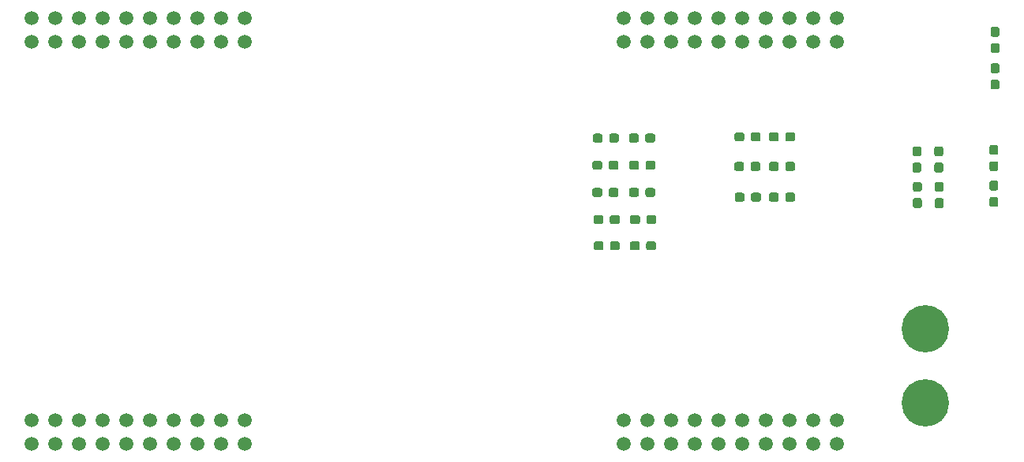
<source format=gbr>
G04 #@! TF.GenerationSoftware,KiCad,Pcbnew,(5.0.0)*
G04 #@! TF.CreationDate,2018-12-18T15:11:22-06:00*
G04 #@! TF.ProjectId,SRASensorBoard_Hardware,53524153656E736F72426F6172645F48,rev?*
G04 #@! TF.SameCoordinates,Original*
G04 #@! TF.FileFunction,Paste,Top*
G04 #@! TF.FilePolarity,Positive*
%FSLAX46Y46*%
G04 Gerber Fmt 4.6, Leading zero omitted, Abs format (unit mm)*
G04 Created by KiCad (PCBNEW (5.0.0)) date 12/18/18 15:11:22*
%MOMM*%
%LPD*%
G01*
G04 APERTURE LIST*
%ADD10C,5.080000*%
%ADD11C,0.100000*%
%ADD12C,0.950000*%
%ADD13C,1.520000*%
G04 APERTURE END LIST*
D10*
G04 #@! TO.C,Conn1*
X183362600Y-97281000D03*
X183362600Y-105282000D03*
G04 #@! TD*
D11*
G04 #@! TO.C,R1*
G36*
X182745574Y-77736144D02*
X182768629Y-77739563D01*
X182791238Y-77745227D01*
X182813182Y-77753079D01*
X182834252Y-77763044D01*
X182854243Y-77775026D01*
X182872963Y-77788910D01*
X182890233Y-77804562D01*
X182905885Y-77821832D01*
X182919769Y-77840552D01*
X182931751Y-77860543D01*
X182941716Y-77881613D01*
X182949568Y-77903557D01*
X182955232Y-77926166D01*
X182958651Y-77949221D01*
X182959795Y-77972500D01*
X182959795Y-78547500D01*
X182958651Y-78570779D01*
X182955232Y-78593834D01*
X182949568Y-78616443D01*
X182941716Y-78638387D01*
X182931751Y-78659457D01*
X182919769Y-78679448D01*
X182905885Y-78698168D01*
X182890233Y-78715438D01*
X182872963Y-78731090D01*
X182854243Y-78744974D01*
X182834252Y-78756956D01*
X182813182Y-78766921D01*
X182791238Y-78774773D01*
X182768629Y-78780437D01*
X182745574Y-78783856D01*
X182722295Y-78785000D01*
X182247295Y-78785000D01*
X182224016Y-78783856D01*
X182200961Y-78780437D01*
X182178352Y-78774773D01*
X182156408Y-78766921D01*
X182135338Y-78756956D01*
X182115347Y-78744974D01*
X182096627Y-78731090D01*
X182079357Y-78715438D01*
X182063705Y-78698168D01*
X182049821Y-78679448D01*
X182037839Y-78659457D01*
X182027874Y-78638387D01*
X182020022Y-78616443D01*
X182014358Y-78593834D01*
X182010939Y-78570779D01*
X182009795Y-78547500D01*
X182009795Y-77972500D01*
X182010939Y-77949221D01*
X182014358Y-77926166D01*
X182020022Y-77903557D01*
X182027874Y-77881613D01*
X182037839Y-77860543D01*
X182049821Y-77840552D01*
X182063705Y-77821832D01*
X182079357Y-77804562D01*
X182096627Y-77788910D01*
X182115347Y-77775026D01*
X182135338Y-77763044D01*
X182156408Y-77753079D01*
X182178352Y-77745227D01*
X182200961Y-77739563D01*
X182224016Y-77736144D01*
X182247295Y-77735000D01*
X182722295Y-77735000D01*
X182745574Y-77736144D01*
X182745574Y-77736144D01*
G37*
D12*
X182484795Y-78260000D03*
D11*
G36*
X182745574Y-79486144D02*
X182768629Y-79489563D01*
X182791238Y-79495227D01*
X182813182Y-79503079D01*
X182834252Y-79513044D01*
X182854243Y-79525026D01*
X182872963Y-79538910D01*
X182890233Y-79554562D01*
X182905885Y-79571832D01*
X182919769Y-79590552D01*
X182931751Y-79610543D01*
X182941716Y-79631613D01*
X182949568Y-79653557D01*
X182955232Y-79676166D01*
X182958651Y-79699221D01*
X182959795Y-79722500D01*
X182959795Y-80297500D01*
X182958651Y-80320779D01*
X182955232Y-80343834D01*
X182949568Y-80366443D01*
X182941716Y-80388387D01*
X182931751Y-80409457D01*
X182919769Y-80429448D01*
X182905885Y-80448168D01*
X182890233Y-80465438D01*
X182872963Y-80481090D01*
X182854243Y-80494974D01*
X182834252Y-80506956D01*
X182813182Y-80516921D01*
X182791238Y-80524773D01*
X182768629Y-80530437D01*
X182745574Y-80533856D01*
X182722295Y-80535000D01*
X182247295Y-80535000D01*
X182224016Y-80533856D01*
X182200961Y-80530437D01*
X182178352Y-80524773D01*
X182156408Y-80516921D01*
X182135338Y-80506956D01*
X182115347Y-80494974D01*
X182096627Y-80481090D01*
X182079357Y-80465438D01*
X182063705Y-80448168D01*
X182049821Y-80429448D01*
X182037839Y-80409457D01*
X182027874Y-80388387D01*
X182020022Y-80366443D01*
X182014358Y-80343834D01*
X182010939Y-80320779D01*
X182009795Y-80297500D01*
X182009795Y-79722500D01*
X182010939Y-79699221D01*
X182014358Y-79676166D01*
X182020022Y-79653557D01*
X182027874Y-79631613D01*
X182037839Y-79610543D01*
X182049821Y-79590552D01*
X182063705Y-79571832D01*
X182079357Y-79554562D01*
X182096627Y-79538910D01*
X182115347Y-79525026D01*
X182135338Y-79513044D01*
X182156408Y-79503079D01*
X182178352Y-79495227D01*
X182200961Y-79489563D01*
X182224016Y-79486144D01*
X182247295Y-79485000D01*
X182722295Y-79485000D01*
X182745574Y-79486144D01*
X182745574Y-79486144D01*
G37*
D12*
X182484795Y-80010000D03*
G04 #@! TD*
D13*
G04 #@! TO.C,U1*
X151049001Y-109685001D03*
X173909001Y-63965001D03*
X171369001Y-63965001D03*
X163749001Y-63965001D03*
X161209001Y-107145001D03*
X166289001Y-63965001D03*
X168829001Y-63965001D03*
X166289001Y-109685001D03*
X171369001Y-107145001D03*
X161209001Y-63965001D03*
X158669001Y-63965001D03*
X171369001Y-109685001D03*
X166289001Y-107145001D03*
X163749001Y-107145001D03*
X151049001Y-107145001D03*
X153589001Y-107145001D03*
X156129001Y-107145001D03*
X158669001Y-107145001D03*
X168829001Y-107145001D03*
X173909001Y-107145001D03*
X153589001Y-109685001D03*
X156129001Y-109685001D03*
X158669001Y-109685001D03*
X161209001Y-109685001D03*
X163749001Y-109685001D03*
X168829001Y-109685001D03*
X173909001Y-109685001D03*
X151049001Y-66505001D03*
X153589001Y-66505001D03*
X156129001Y-66505001D03*
X158669001Y-66505001D03*
X161209001Y-66505001D03*
X163749001Y-66505001D03*
X166289001Y-66505001D03*
X168829001Y-66505001D03*
X171369001Y-66505001D03*
X173909001Y-66505001D03*
X151049001Y-63965001D03*
X153589001Y-63965001D03*
X156129001Y-63965001D03*
X87549001Y-107145001D03*
X90089001Y-107145001D03*
X92629001Y-107145001D03*
X95169001Y-107145001D03*
X97709001Y-107145001D03*
X100249001Y-107145001D03*
X102789001Y-107145001D03*
X105329001Y-107145001D03*
X107869001Y-107145001D03*
X110409001Y-107145001D03*
X87549001Y-109685001D03*
X90089001Y-109685001D03*
X92629001Y-109685001D03*
X95169001Y-109685001D03*
X97709001Y-109685001D03*
X100249001Y-109685001D03*
X102789001Y-109685001D03*
X105329001Y-109685001D03*
X107869001Y-109685001D03*
X110409001Y-109685001D03*
X87549001Y-66505001D03*
X90089001Y-66505001D03*
X92629001Y-66505001D03*
X95169001Y-66505001D03*
X97709001Y-66505001D03*
X100249001Y-66505001D03*
X102789001Y-66505001D03*
X105329001Y-66505001D03*
X107869001Y-66505001D03*
X110409001Y-66505001D03*
X87549001Y-63965001D03*
X90089001Y-63965001D03*
X92629001Y-63965001D03*
X95169001Y-63965001D03*
X97709001Y-63965001D03*
X100249001Y-63965001D03*
X102789001Y-63965001D03*
X105329001Y-63965001D03*
X107869001Y-63965001D03*
X110409001Y-63965001D03*
G04 #@! TD*
D11*
G04 #@! TO.C,C2*
G36*
X191014779Y-77581144D02*
X191037834Y-77584563D01*
X191060443Y-77590227D01*
X191082387Y-77598079D01*
X191103457Y-77608044D01*
X191123448Y-77620026D01*
X191142168Y-77633910D01*
X191159438Y-77649562D01*
X191175090Y-77666832D01*
X191188974Y-77685552D01*
X191200956Y-77705543D01*
X191210921Y-77726613D01*
X191218773Y-77748557D01*
X191224437Y-77771166D01*
X191227856Y-77794221D01*
X191229000Y-77817500D01*
X191229000Y-78392500D01*
X191227856Y-78415779D01*
X191224437Y-78438834D01*
X191218773Y-78461443D01*
X191210921Y-78483387D01*
X191200956Y-78504457D01*
X191188974Y-78524448D01*
X191175090Y-78543168D01*
X191159438Y-78560438D01*
X191142168Y-78576090D01*
X191123448Y-78589974D01*
X191103457Y-78601956D01*
X191082387Y-78611921D01*
X191060443Y-78619773D01*
X191037834Y-78625437D01*
X191014779Y-78628856D01*
X190991500Y-78630000D01*
X190516500Y-78630000D01*
X190493221Y-78628856D01*
X190470166Y-78625437D01*
X190447557Y-78619773D01*
X190425613Y-78611921D01*
X190404543Y-78601956D01*
X190384552Y-78589974D01*
X190365832Y-78576090D01*
X190348562Y-78560438D01*
X190332910Y-78543168D01*
X190319026Y-78524448D01*
X190307044Y-78504457D01*
X190297079Y-78483387D01*
X190289227Y-78461443D01*
X190283563Y-78438834D01*
X190280144Y-78415779D01*
X190279000Y-78392500D01*
X190279000Y-77817500D01*
X190280144Y-77794221D01*
X190283563Y-77771166D01*
X190289227Y-77748557D01*
X190297079Y-77726613D01*
X190307044Y-77705543D01*
X190319026Y-77685552D01*
X190332910Y-77666832D01*
X190348562Y-77649562D01*
X190365832Y-77633910D01*
X190384552Y-77620026D01*
X190404543Y-77608044D01*
X190425613Y-77598079D01*
X190447557Y-77590227D01*
X190470166Y-77584563D01*
X190493221Y-77581144D01*
X190516500Y-77580000D01*
X190991500Y-77580000D01*
X191014779Y-77581144D01*
X191014779Y-77581144D01*
G37*
D12*
X190754000Y-78105000D03*
D11*
G36*
X191014779Y-79331144D02*
X191037834Y-79334563D01*
X191060443Y-79340227D01*
X191082387Y-79348079D01*
X191103457Y-79358044D01*
X191123448Y-79370026D01*
X191142168Y-79383910D01*
X191159438Y-79399562D01*
X191175090Y-79416832D01*
X191188974Y-79435552D01*
X191200956Y-79455543D01*
X191210921Y-79476613D01*
X191218773Y-79498557D01*
X191224437Y-79521166D01*
X191227856Y-79544221D01*
X191229000Y-79567500D01*
X191229000Y-80142500D01*
X191227856Y-80165779D01*
X191224437Y-80188834D01*
X191218773Y-80211443D01*
X191210921Y-80233387D01*
X191200956Y-80254457D01*
X191188974Y-80274448D01*
X191175090Y-80293168D01*
X191159438Y-80310438D01*
X191142168Y-80326090D01*
X191123448Y-80339974D01*
X191103457Y-80351956D01*
X191082387Y-80361921D01*
X191060443Y-80369773D01*
X191037834Y-80375437D01*
X191014779Y-80378856D01*
X190991500Y-80380000D01*
X190516500Y-80380000D01*
X190493221Y-80378856D01*
X190470166Y-80375437D01*
X190447557Y-80369773D01*
X190425613Y-80361921D01*
X190404543Y-80351956D01*
X190384552Y-80339974D01*
X190365832Y-80326090D01*
X190348562Y-80310438D01*
X190332910Y-80293168D01*
X190319026Y-80274448D01*
X190307044Y-80254457D01*
X190297079Y-80233387D01*
X190289227Y-80211443D01*
X190283563Y-80188834D01*
X190280144Y-80165779D01*
X190279000Y-80142500D01*
X190279000Y-79567500D01*
X190280144Y-79544221D01*
X190283563Y-79521166D01*
X190289227Y-79498557D01*
X190297079Y-79476613D01*
X190307044Y-79455543D01*
X190319026Y-79435552D01*
X190332910Y-79416832D01*
X190348562Y-79399562D01*
X190365832Y-79383910D01*
X190384552Y-79370026D01*
X190404543Y-79358044D01*
X190425613Y-79348079D01*
X190447557Y-79340227D01*
X190470166Y-79334563D01*
X190493221Y-79331144D01*
X190516500Y-79330000D01*
X190991500Y-79330000D01*
X191014779Y-79331144D01*
X191014779Y-79331144D01*
G37*
D12*
X190754000Y-79855000D03*
G04 #@! TD*
D11*
G04 #@! TO.C,C1*
G36*
X191141779Y-70568144D02*
X191164834Y-70571563D01*
X191187443Y-70577227D01*
X191209387Y-70585079D01*
X191230457Y-70595044D01*
X191250448Y-70607026D01*
X191269168Y-70620910D01*
X191286438Y-70636562D01*
X191302090Y-70653832D01*
X191315974Y-70672552D01*
X191327956Y-70692543D01*
X191337921Y-70713613D01*
X191345773Y-70735557D01*
X191351437Y-70758166D01*
X191354856Y-70781221D01*
X191356000Y-70804500D01*
X191356000Y-71379500D01*
X191354856Y-71402779D01*
X191351437Y-71425834D01*
X191345773Y-71448443D01*
X191337921Y-71470387D01*
X191327956Y-71491457D01*
X191315974Y-71511448D01*
X191302090Y-71530168D01*
X191286438Y-71547438D01*
X191269168Y-71563090D01*
X191250448Y-71576974D01*
X191230457Y-71588956D01*
X191209387Y-71598921D01*
X191187443Y-71606773D01*
X191164834Y-71612437D01*
X191141779Y-71615856D01*
X191118500Y-71617000D01*
X190643500Y-71617000D01*
X190620221Y-71615856D01*
X190597166Y-71612437D01*
X190574557Y-71606773D01*
X190552613Y-71598921D01*
X190531543Y-71588956D01*
X190511552Y-71576974D01*
X190492832Y-71563090D01*
X190475562Y-71547438D01*
X190459910Y-71530168D01*
X190446026Y-71511448D01*
X190434044Y-71491457D01*
X190424079Y-71470387D01*
X190416227Y-71448443D01*
X190410563Y-71425834D01*
X190407144Y-71402779D01*
X190406000Y-71379500D01*
X190406000Y-70804500D01*
X190407144Y-70781221D01*
X190410563Y-70758166D01*
X190416227Y-70735557D01*
X190424079Y-70713613D01*
X190434044Y-70692543D01*
X190446026Y-70672552D01*
X190459910Y-70653832D01*
X190475562Y-70636562D01*
X190492832Y-70620910D01*
X190511552Y-70607026D01*
X190531543Y-70595044D01*
X190552613Y-70585079D01*
X190574557Y-70577227D01*
X190597166Y-70571563D01*
X190620221Y-70568144D01*
X190643500Y-70567000D01*
X191118500Y-70567000D01*
X191141779Y-70568144D01*
X191141779Y-70568144D01*
G37*
D12*
X190881000Y-71092000D03*
D11*
G36*
X191141779Y-68818144D02*
X191164834Y-68821563D01*
X191187443Y-68827227D01*
X191209387Y-68835079D01*
X191230457Y-68845044D01*
X191250448Y-68857026D01*
X191269168Y-68870910D01*
X191286438Y-68886562D01*
X191302090Y-68903832D01*
X191315974Y-68922552D01*
X191327956Y-68942543D01*
X191337921Y-68963613D01*
X191345773Y-68985557D01*
X191351437Y-69008166D01*
X191354856Y-69031221D01*
X191356000Y-69054500D01*
X191356000Y-69629500D01*
X191354856Y-69652779D01*
X191351437Y-69675834D01*
X191345773Y-69698443D01*
X191337921Y-69720387D01*
X191327956Y-69741457D01*
X191315974Y-69761448D01*
X191302090Y-69780168D01*
X191286438Y-69797438D01*
X191269168Y-69813090D01*
X191250448Y-69826974D01*
X191230457Y-69838956D01*
X191209387Y-69848921D01*
X191187443Y-69856773D01*
X191164834Y-69862437D01*
X191141779Y-69865856D01*
X191118500Y-69867000D01*
X190643500Y-69867000D01*
X190620221Y-69865856D01*
X190597166Y-69862437D01*
X190574557Y-69856773D01*
X190552613Y-69848921D01*
X190531543Y-69838956D01*
X190511552Y-69826974D01*
X190492832Y-69813090D01*
X190475562Y-69797438D01*
X190459910Y-69780168D01*
X190446026Y-69761448D01*
X190434044Y-69741457D01*
X190424079Y-69720387D01*
X190416227Y-69698443D01*
X190410563Y-69675834D01*
X190407144Y-69652779D01*
X190406000Y-69629500D01*
X190406000Y-69054500D01*
X190407144Y-69031221D01*
X190410563Y-69008166D01*
X190416227Y-68985557D01*
X190424079Y-68963613D01*
X190434044Y-68942543D01*
X190446026Y-68922552D01*
X190459910Y-68903832D01*
X190475562Y-68886562D01*
X190492832Y-68870910D01*
X190511552Y-68857026D01*
X190531543Y-68845044D01*
X190552613Y-68835079D01*
X190574557Y-68827227D01*
X190597166Y-68821563D01*
X190620221Y-68818144D01*
X190643500Y-68817000D01*
X191118500Y-68817000D01*
X191141779Y-68818144D01*
X191141779Y-68818144D01*
G37*
D12*
X190881000Y-69342000D03*
G04 #@! TD*
D11*
G04 #@! TO.C,C3*
G36*
X191014779Y-83169144D02*
X191037834Y-83172563D01*
X191060443Y-83178227D01*
X191082387Y-83186079D01*
X191103457Y-83196044D01*
X191123448Y-83208026D01*
X191142168Y-83221910D01*
X191159438Y-83237562D01*
X191175090Y-83254832D01*
X191188974Y-83273552D01*
X191200956Y-83293543D01*
X191210921Y-83314613D01*
X191218773Y-83336557D01*
X191224437Y-83359166D01*
X191227856Y-83382221D01*
X191229000Y-83405500D01*
X191229000Y-83980500D01*
X191227856Y-84003779D01*
X191224437Y-84026834D01*
X191218773Y-84049443D01*
X191210921Y-84071387D01*
X191200956Y-84092457D01*
X191188974Y-84112448D01*
X191175090Y-84131168D01*
X191159438Y-84148438D01*
X191142168Y-84164090D01*
X191123448Y-84177974D01*
X191103457Y-84189956D01*
X191082387Y-84199921D01*
X191060443Y-84207773D01*
X191037834Y-84213437D01*
X191014779Y-84216856D01*
X190991500Y-84218000D01*
X190516500Y-84218000D01*
X190493221Y-84216856D01*
X190470166Y-84213437D01*
X190447557Y-84207773D01*
X190425613Y-84199921D01*
X190404543Y-84189956D01*
X190384552Y-84177974D01*
X190365832Y-84164090D01*
X190348562Y-84148438D01*
X190332910Y-84131168D01*
X190319026Y-84112448D01*
X190307044Y-84092457D01*
X190297079Y-84071387D01*
X190289227Y-84049443D01*
X190283563Y-84026834D01*
X190280144Y-84003779D01*
X190279000Y-83980500D01*
X190279000Y-83405500D01*
X190280144Y-83382221D01*
X190283563Y-83359166D01*
X190289227Y-83336557D01*
X190297079Y-83314613D01*
X190307044Y-83293543D01*
X190319026Y-83273552D01*
X190332910Y-83254832D01*
X190348562Y-83237562D01*
X190365832Y-83221910D01*
X190384552Y-83208026D01*
X190404543Y-83196044D01*
X190425613Y-83186079D01*
X190447557Y-83178227D01*
X190470166Y-83172563D01*
X190493221Y-83169144D01*
X190516500Y-83168000D01*
X190991500Y-83168000D01*
X191014779Y-83169144D01*
X191014779Y-83169144D01*
G37*
D12*
X190754000Y-83693000D03*
D11*
G36*
X191014779Y-81419144D02*
X191037834Y-81422563D01*
X191060443Y-81428227D01*
X191082387Y-81436079D01*
X191103457Y-81446044D01*
X191123448Y-81458026D01*
X191142168Y-81471910D01*
X191159438Y-81487562D01*
X191175090Y-81504832D01*
X191188974Y-81523552D01*
X191200956Y-81543543D01*
X191210921Y-81564613D01*
X191218773Y-81586557D01*
X191224437Y-81609166D01*
X191227856Y-81632221D01*
X191229000Y-81655500D01*
X191229000Y-82230500D01*
X191227856Y-82253779D01*
X191224437Y-82276834D01*
X191218773Y-82299443D01*
X191210921Y-82321387D01*
X191200956Y-82342457D01*
X191188974Y-82362448D01*
X191175090Y-82381168D01*
X191159438Y-82398438D01*
X191142168Y-82414090D01*
X191123448Y-82427974D01*
X191103457Y-82439956D01*
X191082387Y-82449921D01*
X191060443Y-82457773D01*
X191037834Y-82463437D01*
X191014779Y-82466856D01*
X190991500Y-82468000D01*
X190516500Y-82468000D01*
X190493221Y-82466856D01*
X190470166Y-82463437D01*
X190447557Y-82457773D01*
X190425613Y-82449921D01*
X190404543Y-82439956D01*
X190384552Y-82427974D01*
X190365832Y-82414090D01*
X190348562Y-82398438D01*
X190332910Y-82381168D01*
X190319026Y-82362448D01*
X190307044Y-82342457D01*
X190297079Y-82321387D01*
X190289227Y-82299443D01*
X190283563Y-82276834D01*
X190280144Y-82253779D01*
X190279000Y-82230500D01*
X190279000Y-81655500D01*
X190280144Y-81632221D01*
X190283563Y-81609166D01*
X190289227Y-81586557D01*
X190297079Y-81564613D01*
X190307044Y-81543543D01*
X190319026Y-81523552D01*
X190332910Y-81504832D01*
X190348562Y-81487562D01*
X190365832Y-81471910D01*
X190384552Y-81458026D01*
X190404543Y-81446044D01*
X190425613Y-81436079D01*
X190447557Y-81428227D01*
X190470166Y-81422563D01*
X190493221Y-81419144D01*
X190516500Y-81418000D01*
X190991500Y-81418000D01*
X191014779Y-81419144D01*
X191014779Y-81419144D01*
G37*
D12*
X190754000Y-81943000D03*
G04 #@! TD*
D11*
G04 #@! TO.C,C4*
G36*
X191141779Y-64909144D02*
X191164834Y-64912563D01*
X191187443Y-64918227D01*
X191209387Y-64926079D01*
X191230457Y-64936044D01*
X191250448Y-64948026D01*
X191269168Y-64961910D01*
X191286438Y-64977562D01*
X191302090Y-64994832D01*
X191315974Y-65013552D01*
X191327956Y-65033543D01*
X191337921Y-65054613D01*
X191345773Y-65076557D01*
X191351437Y-65099166D01*
X191354856Y-65122221D01*
X191356000Y-65145500D01*
X191356000Y-65720500D01*
X191354856Y-65743779D01*
X191351437Y-65766834D01*
X191345773Y-65789443D01*
X191337921Y-65811387D01*
X191327956Y-65832457D01*
X191315974Y-65852448D01*
X191302090Y-65871168D01*
X191286438Y-65888438D01*
X191269168Y-65904090D01*
X191250448Y-65917974D01*
X191230457Y-65929956D01*
X191209387Y-65939921D01*
X191187443Y-65947773D01*
X191164834Y-65953437D01*
X191141779Y-65956856D01*
X191118500Y-65958000D01*
X190643500Y-65958000D01*
X190620221Y-65956856D01*
X190597166Y-65953437D01*
X190574557Y-65947773D01*
X190552613Y-65939921D01*
X190531543Y-65929956D01*
X190511552Y-65917974D01*
X190492832Y-65904090D01*
X190475562Y-65888438D01*
X190459910Y-65871168D01*
X190446026Y-65852448D01*
X190434044Y-65832457D01*
X190424079Y-65811387D01*
X190416227Y-65789443D01*
X190410563Y-65766834D01*
X190407144Y-65743779D01*
X190406000Y-65720500D01*
X190406000Y-65145500D01*
X190407144Y-65122221D01*
X190410563Y-65099166D01*
X190416227Y-65076557D01*
X190424079Y-65054613D01*
X190434044Y-65033543D01*
X190446026Y-65013552D01*
X190459910Y-64994832D01*
X190475562Y-64977562D01*
X190492832Y-64961910D01*
X190511552Y-64948026D01*
X190531543Y-64936044D01*
X190552613Y-64926079D01*
X190574557Y-64918227D01*
X190597166Y-64912563D01*
X190620221Y-64909144D01*
X190643500Y-64908000D01*
X191118500Y-64908000D01*
X191141779Y-64909144D01*
X191141779Y-64909144D01*
G37*
D12*
X190881000Y-65433000D03*
D11*
G36*
X191141779Y-66659144D02*
X191164834Y-66662563D01*
X191187443Y-66668227D01*
X191209387Y-66676079D01*
X191230457Y-66686044D01*
X191250448Y-66698026D01*
X191269168Y-66711910D01*
X191286438Y-66727562D01*
X191302090Y-66744832D01*
X191315974Y-66763552D01*
X191327956Y-66783543D01*
X191337921Y-66804613D01*
X191345773Y-66826557D01*
X191351437Y-66849166D01*
X191354856Y-66872221D01*
X191356000Y-66895500D01*
X191356000Y-67470500D01*
X191354856Y-67493779D01*
X191351437Y-67516834D01*
X191345773Y-67539443D01*
X191337921Y-67561387D01*
X191327956Y-67582457D01*
X191315974Y-67602448D01*
X191302090Y-67621168D01*
X191286438Y-67638438D01*
X191269168Y-67654090D01*
X191250448Y-67667974D01*
X191230457Y-67679956D01*
X191209387Y-67689921D01*
X191187443Y-67697773D01*
X191164834Y-67703437D01*
X191141779Y-67706856D01*
X191118500Y-67708000D01*
X190643500Y-67708000D01*
X190620221Y-67706856D01*
X190597166Y-67703437D01*
X190574557Y-67697773D01*
X190552613Y-67689921D01*
X190531543Y-67679956D01*
X190511552Y-67667974D01*
X190492832Y-67654090D01*
X190475562Y-67638438D01*
X190459910Y-67621168D01*
X190446026Y-67602448D01*
X190434044Y-67582457D01*
X190424079Y-67561387D01*
X190416227Y-67539443D01*
X190410563Y-67516834D01*
X190407144Y-67493779D01*
X190406000Y-67470500D01*
X190406000Y-66895500D01*
X190407144Y-66872221D01*
X190410563Y-66849166D01*
X190416227Y-66826557D01*
X190424079Y-66804613D01*
X190434044Y-66783543D01*
X190446026Y-66763552D01*
X190459910Y-66744832D01*
X190475562Y-66727562D01*
X190492832Y-66711910D01*
X190511552Y-66698026D01*
X190531543Y-66686044D01*
X190552613Y-66676079D01*
X190574557Y-66668227D01*
X190597166Y-66662563D01*
X190620221Y-66659144D01*
X190643500Y-66658000D01*
X191118500Y-66658000D01*
X191141779Y-66659144D01*
X191141779Y-66659144D01*
G37*
D12*
X190881000Y-67183000D03*
G04 #@! TD*
D11*
G04 #@! TO.C,D3*
G36*
X182809074Y-83296144D02*
X182832129Y-83299563D01*
X182854738Y-83305227D01*
X182876682Y-83313079D01*
X182897752Y-83323044D01*
X182917743Y-83335026D01*
X182936463Y-83348910D01*
X182953733Y-83364562D01*
X182969385Y-83381832D01*
X182983269Y-83400552D01*
X182995251Y-83420543D01*
X183005216Y-83441613D01*
X183013068Y-83463557D01*
X183018732Y-83486166D01*
X183022151Y-83509221D01*
X183023295Y-83532500D01*
X183023295Y-84107500D01*
X183022151Y-84130779D01*
X183018732Y-84153834D01*
X183013068Y-84176443D01*
X183005216Y-84198387D01*
X182995251Y-84219457D01*
X182983269Y-84239448D01*
X182969385Y-84258168D01*
X182953733Y-84275438D01*
X182936463Y-84291090D01*
X182917743Y-84304974D01*
X182897752Y-84316956D01*
X182876682Y-84326921D01*
X182854738Y-84334773D01*
X182832129Y-84340437D01*
X182809074Y-84343856D01*
X182785795Y-84345000D01*
X182310795Y-84345000D01*
X182287516Y-84343856D01*
X182264461Y-84340437D01*
X182241852Y-84334773D01*
X182219908Y-84326921D01*
X182198838Y-84316956D01*
X182178847Y-84304974D01*
X182160127Y-84291090D01*
X182142857Y-84275438D01*
X182127205Y-84258168D01*
X182113321Y-84239448D01*
X182101339Y-84219457D01*
X182091374Y-84198387D01*
X182083522Y-84176443D01*
X182077858Y-84153834D01*
X182074439Y-84130779D01*
X182073295Y-84107500D01*
X182073295Y-83532500D01*
X182074439Y-83509221D01*
X182077858Y-83486166D01*
X182083522Y-83463557D01*
X182091374Y-83441613D01*
X182101339Y-83420543D01*
X182113321Y-83400552D01*
X182127205Y-83381832D01*
X182142857Y-83364562D01*
X182160127Y-83348910D01*
X182178847Y-83335026D01*
X182198838Y-83323044D01*
X182219908Y-83313079D01*
X182241852Y-83305227D01*
X182264461Y-83299563D01*
X182287516Y-83296144D01*
X182310795Y-83295000D01*
X182785795Y-83295000D01*
X182809074Y-83296144D01*
X182809074Y-83296144D01*
G37*
D12*
X182548295Y-83820000D03*
D11*
G36*
X182809074Y-81546144D02*
X182832129Y-81549563D01*
X182854738Y-81555227D01*
X182876682Y-81563079D01*
X182897752Y-81573044D01*
X182917743Y-81585026D01*
X182936463Y-81598910D01*
X182953733Y-81614562D01*
X182969385Y-81631832D01*
X182983269Y-81650552D01*
X182995251Y-81670543D01*
X183005216Y-81691613D01*
X183013068Y-81713557D01*
X183018732Y-81736166D01*
X183022151Y-81759221D01*
X183023295Y-81782500D01*
X183023295Y-82357500D01*
X183022151Y-82380779D01*
X183018732Y-82403834D01*
X183013068Y-82426443D01*
X183005216Y-82448387D01*
X182995251Y-82469457D01*
X182983269Y-82489448D01*
X182969385Y-82508168D01*
X182953733Y-82525438D01*
X182936463Y-82541090D01*
X182917743Y-82554974D01*
X182897752Y-82566956D01*
X182876682Y-82576921D01*
X182854738Y-82584773D01*
X182832129Y-82590437D01*
X182809074Y-82593856D01*
X182785795Y-82595000D01*
X182310795Y-82595000D01*
X182287516Y-82593856D01*
X182264461Y-82590437D01*
X182241852Y-82584773D01*
X182219908Y-82576921D01*
X182198838Y-82566956D01*
X182178847Y-82554974D01*
X182160127Y-82541090D01*
X182142857Y-82525438D01*
X182127205Y-82508168D01*
X182113321Y-82489448D01*
X182101339Y-82469457D01*
X182091374Y-82448387D01*
X182083522Y-82426443D01*
X182077858Y-82403834D01*
X182074439Y-82380779D01*
X182073295Y-82357500D01*
X182073295Y-81782500D01*
X182074439Y-81759221D01*
X182077858Y-81736166D01*
X182083522Y-81713557D01*
X182091374Y-81691613D01*
X182101339Y-81670543D01*
X182113321Y-81650552D01*
X182127205Y-81631832D01*
X182142857Y-81614562D01*
X182160127Y-81598910D01*
X182178847Y-81585026D01*
X182198838Y-81573044D01*
X182219908Y-81563079D01*
X182241852Y-81555227D01*
X182264461Y-81549563D01*
X182287516Y-81546144D01*
X182310795Y-81545000D01*
X182785795Y-81545000D01*
X182809074Y-81546144D01*
X182809074Y-81546144D01*
G37*
D12*
X182548295Y-82070000D03*
G04 #@! TD*
D11*
G04 #@! TO.C,D4*
G36*
X185147379Y-83296144D02*
X185170434Y-83299563D01*
X185193043Y-83305227D01*
X185214987Y-83313079D01*
X185236057Y-83323044D01*
X185256048Y-83335026D01*
X185274768Y-83348910D01*
X185292038Y-83364562D01*
X185307690Y-83381832D01*
X185321574Y-83400552D01*
X185333556Y-83420543D01*
X185343521Y-83441613D01*
X185351373Y-83463557D01*
X185357037Y-83486166D01*
X185360456Y-83509221D01*
X185361600Y-83532500D01*
X185361600Y-84107500D01*
X185360456Y-84130779D01*
X185357037Y-84153834D01*
X185351373Y-84176443D01*
X185343521Y-84198387D01*
X185333556Y-84219457D01*
X185321574Y-84239448D01*
X185307690Y-84258168D01*
X185292038Y-84275438D01*
X185274768Y-84291090D01*
X185256048Y-84304974D01*
X185236057Y-84316956D01*
X185214987Y-84326921D01*
X185193043Y-84334773D01*
X185170434Y-84340437D01*
X185147379Y-84343856D01*
X185124100Y-84345000D01*
X184649100Y-84345000D01*
X184625821Y-84343856D01*
X184602766Y-84340437D01*
X184580157Y-84334773D01*
X184558213Y-84326921D01*
X184537143Y-84316956D01*
X184517152Y-84304974D01*
X184498432Y-84291090D01*
X184481162Y-84275438D01*
X184465510Y-84258168D01*
X184451626Y-84239448D01*
X184439644Y-84219457D01*
X184429679Y-84198387D01*
X184421827Y-84176443D01*
X184416163Y-84153834D01*
X184412744Y-84130779D01*
X184411600Y-84107500D01*
X184411600Y-83532500D01*
X184412744Y-83509221D01*
X184416163Y-83486166D01*
X184421827Y-83463557D01*
X184429679Y-83441613D01*
X184439644Y-83420543D01*
X184451626Y-83400552D01*
X184465510Y-83381832D01*
X184481162Y-83364562D01*
X184498432Y-83348910D01*
X184517152Y-83335026D01*
X184537143Y-83323044D01*
X184558213Y-83313079D01*
X184580157Y-83305227D01*
X184602766Y-83299563D01*
X184625821Y-83296144D01*
X184649100Y-83295000D01*
X185124100Y-83295000D01*
X185147379Y-83296144D01*
X185147379Y-83296144D01*
G37*
D12*
X184886600Y-83820000D03*
D11*
G36*
X185147379Y-81546144D02*
X185170434Y-81549563D01*
X185193043Y-81555227D01*
X185214987Y-81563079D01*
X185236057Y-81573044D01*
X185256048Y-81585026D01*
X185274768Y-81598910D01*
X185292038Y-81614562D01*
X185307690Y-81631832D01*
X185321574Y-81650552D01*
X185333556Y-81670543D01*
X185343521Y-81691613D01*
X185351373Y-81713557D01*
X185357037Y-81736166D01*
X185360456Y-81759221D01*
X185361600Y-81782500D01*
X185361600Y-82357500D01*
X185360456Y-82380779D01*
X185357037Y-82403834D01*
X185351373Y-82426443D01*
X185343521Y-82448387D01*
X185333556Y-82469457D01*
X185321574Y-82489448D01*
X185307690Y-82508168D01*
X185292038Y-82525438D01*
X185274768Y-82541090D01*
X185256048Y-82554974D01*
X185236057Y-82566956D01*
X185214987Y-82576921D01*
X185193043Y-82584773D01*
X185170434Y-82590437D01*
X185147379Y-82593856D01*
X185124100Y-82595000D01*
X184649100Y-82595000D01*
X184625821Y-82593856D01*
X184602766Y-82590437D01*
X184580157Y-82584773D01*
X184558213Y-82576921D01*
X184537143Y-82566956D01*
X184517152Y-82554974D01*
X184498432Y-82541090D01*
X184481162Y-82525438D01*
X184465510Y-82508168D01*
X184451626Y-82489448D01*
X184439644Y-82469457D01*
X184429679Y-82448387D01*
X184421827Y-82426443D01*
X184416163Y-82403834D01*
X184412744Y-82380779D01*
X184411600Y-82357500D01*
X184411600Y-81782500D01*
X184412744Y-81759221D01*
X184416163Y-81736166D01*
X184421827Y-81713557D01*
X184429679Y-81691613D01*
X184439644Y-81670543D01*
X184451626Y-81650552D01*
X184465510Y-81631832D01*
X184481162Y-81614562D01*
X184498432Y-81598910D01*
X184517152Y-81585026D01*
X184537143Y-81573044D01*
X184558213Y-81563079D01*
X184580157Y-81555227D01*
X184602766Y-81549563D01*
X184625821Y-81546144D01*
X184649100Y-81545000D01*
X185124100Y-81545000D01*
X185147379Y-81546144D01*
X185147379Y-81546144D01*
G37*
D12*
X184886600Y-82070000D03*
G04 #@! TD*
D11*
G04 #@! TO.C,D5*
G36*
X152456779Y-76361144D02*
X152479834Y-76364563D01*
X152502443Y-76370227D01*
X152524387Y-76378079D01*
X152545457Y-76388044D01*
X152565448Y-76400026D01*
X152584168Y-76413910D01*
X152601438Y-76429562D01*
X152617090Y-76446832D01*
X152630974Y-76465552D01*
X152642956Y-76485543D01*
X152652921Y-76506613D01*
X152660773Y-76528557D01*
X152666437Y-76551166D01*
X152669856Y-76574221D01*
X152671000Y-76597500D01*
X152671000Y-77072500D01*
X152669856Y-77095779D01*
X152666437Y-77118834D01*
X152660773Y-77141443D01*
X152652921Y-77163387D01*
X152642956Y-77184457D01*
X152630974Y-77204448D01*
X152617090Y-77223168D01*
X152601438Y-77240438D01*
X152584168Y-77256090D01*
X152565448Y-77269974D01*
X152545457Y-77281956D01*
X152524387Y-77291921D01*
X152502443Y-77299773D01*
X152479834Y-77305437D01*
X152456779Y-77308856D01*
X152433500Y-77310000D01*
X151858500Y-77310000D01*
X151835221Y-77308856D01*
X151812166Y-77305437D01*
X151789557Y-77299773D01*
X151767613Y-77291921D01*
X151746543Y-77281956D01*
X151726552Y-77269974D01*
X151707832Y-77256090D01*
X151690562Y-77240438D01*
X151674910Y-77223168D01*
X151661026Y-77204448D01*
X151649044Y-77184457D01*
X151639079Y-77163387D01*
X151631227Y-77141443D01*
X151625563Y-77118834D01*
X151622144Y-77095779D01*
X151621000Y-77072500D01*
X151621000Y-76597500D01*
X151622144Y-76574221D01*
X151625563Y-76551166D01*
X151631227Y-76528557D01*
X151639079Y-76506613D01*
X151649044Y-76485543D01*
X151661026Y-76465552D01*
X151674910Y-76446832D01*
X151690562Y-76429562D01*
X151707832Y-76413910D01*
X151726552Y-76400026D01*
X151746543Y-76388044D01*
X151767613Y-76378079D01*
X151789557Y-76370227D01*
X151812166Y-76364563D01*
X151835221Y-76361144D01*
X151858500Y-76360000D01*
X152433500Y-76360000D01*
X152456779Y-76361144D01*
X152456779Y-76361144D01*
G37*
D12*
X152146000Y-76835000D03*
D11*
G36*
X154206779Y-76361144D02*
X154229834Y-76364563D01*
X154252443Y-76370227D01*
X154274387Y-76378079D01*
X154295457Y-76388044D01*
X154315448Y-76400026D01*
X154334168Y-76413910D01*
X154351438Y-76429562D01*
X154367090Y-76446832D01*
X154380974Y-76465552D01*
X154392956Y-76485543D01*
X154402921Y-76506613D01*
X154410773Y-76528557D01*
X154416437Y-76551166D01*
X154419856Y-76574221D01*
X154421000Y-76597500D01*
X154421000Y-77072500D01*
X154419856Y-77095779D01*
X154416437Y-77118834D01*
X154410773Y-77141443D01*
X154402921Y-77163387D01*
X154392956Y-77184457D01*
X154380974Y-77204448D01*
X154367090Y-77223168D01*
X154351438Y-77240438D01*
X154334168Y-77256090D01*
X154315448Y-77269974D01*
X154295457Y-77281956D01*
X154274387Y-77291921D01*
X154252443Y-77299773D01*
X154229834Y-77305437D01*
X154206779Y-77308856D01*
X154183500Y-77310000D01*
X153608500Y-77310000D01*
X153585221Y-77308856D01*
X153562166Y-77305437D01*
X153539557Y-77299773D01*
X153517613Y-77291921D01*
X153496543Y-77281956D01*
X153476552Y-77269974D01*
X153457832Y-77256090D01*
X153440562Y-77240438D01*
X153424910Y-77223168D01*
X153411026Y-77204448D01*
X153399044Y-77184457D01*
X153389079Y-77163387D01*
X153381227Y-77141443D01*
X153375563Y-77118834D01*
X153372144Y-77095779D01*
X153371000Y-77072500D01*
X153371000Y-76597500D01*
X153372144Y-76574221D01*
X153375563Y-76551166D01*
X153381227Y-76528557D01*
X153389079Y-76506613D01*
X153399044Y-76485543D01*
X153411026Y-76465552D01*
X153424910Y-76446832D01*
X153440562Y-76429562D01*
X153457832Y-76413910D01*
X153476552Y-76400026D01*
X153496543Y-76388044D01*
X153517613Y-76378079D01*
X153539557Y-76370227D01*
X153562166Y-76364563D01*
X153585221Y-76361144D01*
X153608500Y-76360000D01*
X154183500Y-76360000D01*
X154206779Y-76361144D01*
X154206779Y-76361144D01*
G37*
D12*
X153896000Y-76835000D03*
G04 #@! TD*
D11*
G04 #@! TO.C,D6*
G36*
X154220779Y-82203144D02*
X154243834Y-82206563D01*
X154266443Y-82212227D01*
X154288387Y-82220079D01*
X154309457Y-82230044D01*
X154329448Y-82242026D01*
X154348168Y-82255910D01*
X154365438Y-82271562D01*
X154381090Y-82288832D01*
X154394974Y-82307552D01*
X154406956Y-82327543D01*
X154416921Y-82348613D01*
X154424773Y-82370557D01*
X154430437Y-82393166D01*
X154433856Y-82416221D01*
X154435000Y-82439500D01*
X154435000Y-82914500D01*
X154433856Y-82937779D01*
X154430437Y-82960834D01*
X154424773Y-82983443D01*
X154416921Y-83005387D01*
X154406956Y-83026457D01*
X154394974Y-83046448D01*
X154381090Y-83065168D01*
X154365438Y-83082438D01*
X154348168Y-83098090D01*
X154329448Y-83111974D01*
X154309457Y-83123956D01*
X154288387Y-83133921D01*
X154266443Y-83141773D01*
X154243834Y-83147437D01*
X154220779Y-83150856D01*
X154197500Y-83152000D01*
X153622500Y-83152000D01*
X153599221Y-83150856D01*
X153576166Y-83147437D01*
X153553557Y-83141773D01*
X153531613Y-83133921D01*
X153510543Y-83123956D01*
X153490552Y-83111974D01*
X153471832Y-83098090D01*
X153454562Y-83082438D01*
X153438910Y-83065168D01*
X153425026Y-83046448D01*
X153413044Y-83026457D01*
X153403079Y-83005387D01*
X153395227Y-82983443D01*
X153389563Y-82960834D01*
X153386144Y-82937779D01*
X153385000Y-82914500D01*
X153385000Y-82439500D01*
X153386144Y-82416221D01*
X153389563Y-82393166D01*
X153395227Y-82370557D01*
X153403079Y-82348613D01*
X153413044Y-82327543D01*
X153425026Y-82307552D01*
X153438910Y-82288832D01*
X153454562Y-82271562D01*
X153471832Y-82255910D01*
X153490552Y-82242026D01*
X153510543Y-82230044D01*
X153531613Y-82220079D01*
X153553557Y-82212227D01*
X153576166Y-82206563D01*
X153599221Y-82203144D01*
X153622500Y-82202000D01*
X154197500Y-82202000D01*
X154220779Y-82203144D01*
X154220779Y-82203144D01*
G37*
D12*
X153910000Y-82677000D03*
D11*
G36*
X152470779Y-82203144D02*
X152493834Y-82206563D01*
X152516443Y-82212227D01*
X152538387Y-82220079D01*
X152559457Y-82230044D01*
X152579448Y-82242026D01*
X152598168Y-82255910D01*
X152615438Y-82271562D01*
X152631090Y-82288832D01*
X152644974Y-82307552D01*
X152656956Y-82327543D01*
X152666921Y-82348613D01*
X152674773Y-82370557D01*
X152680437Y-82393166D01*
X152683856Y-82416221D01*
X152685000Y-82439500D01*
X152685000Y-82914500D01*
X152683856Y-82937779D01*
X152680437Y-82960834D01*
X152674773Y-82983443D01*
X152666921Y-83005387D01*
X152656956Y-83026457D01*
X152644974Y-83046448D01*
X152631090Y-83065168D01*
X152615438Y-83082438D01*
X152598168Y-83098090D01*
X152579448Y-83111974D01*
X152559457Y-83123956D01*
X152538387Y-83133921D01*
X152516443Y-83141773D01*
X152493834Y-83147437D01*
X152470779Y-83150856D01*
X152447500Y-83152000D01*
X151872500Y-83152000D01*
X151849221Y-83150856D01*
X151826166Y-83147437D01*
X151803557Y-83141773D01*
X151781613Y-83133921D01*
X151760543Y-83123956D01*
X151740552Y-83111974D01*
X151721832Y-83098090D01*
X151704562Y-83082438D01*
X151688910Y-83065168D01*
X151675026Y-83046448D01*
X151663044Y-83026457D01*
X151653079Y-83005387D01*
X151645227Y-82983443D01*
X151639563Y-82960834D01*
X151636144Y-82937779D01*
X151635000Y-82914500D01*
X151635000Y-82439500D01*
X151636144Y-82416221D01*
X151639563Y-82393166D01*
X151645227Y-82370557D01*
X151653079Y-82348613D01*
X151663044Y-82327543D01*
X151675026Y-82307552D01*
X151688910Y-82288832D01*
X151704562Y-82271562D01*
X151721832Y-82255910D01*
X151740552Y-82242026D01*
X151760543Y-82230044D01*
X151781613Y-82220079D01*
X151803557Y-82212227D01*
X151826166Y-82206563D01*
X151849221Y-82203144D01*
X151872500Y-82202000D01*
X152447500Y-82202000D01*
X152470779Y-82203144D01*
X152470779Y-82203144D01*
G37*
D12*
X152160000Y-82677000D03*
G04 #@! TD*
D11*
G04 #@! TO.C,D7*
G36*
X154234779Y-79282144D02*
X154257834Y-79285563D01*
X154280443Y-79291227D01*
X154302387Y-79299079D01*
X154323457Y-79309044D01*
X154343448Y-79321026D01*
X154362168Y-79334910D01*
X154379438Y-79350562D01*
X154395090Y-79367832D01*
X154408974Y-79386552D01*
X154420956Y-79406543D01*
X154430921Y-79427613D01*
X154438773Y-79449557D01*
X154444437Y-79472166D01*
X154447856Y-79495221D01*
X154449000Y-79518500D01*
X154449000Y-79993500D01*
X154447856Y-80016779D01*
X154444437Y-80039834D01*
X154438773Y-80062443D01*
X154430921Y-80084387D01*
X154420956Y-80105457D01*
X154408974Y-80125448D01*
X154395090Y-80144168D01*
X154379438Y-80161438D01*
X154362168Y-80177090D01*
X154343448Y-80190974D01*
X154323457Y-80202956D01*
X154302387Y-80212921D01*
X154280443Y-80220773D01*
X154257834Y-80226437D01*
X154234779Y-80229856D01*
X154211500Y-80231000D01*
X153636500Y-80231000D01*
X153613221Y-80229856D01*
X153590166Y-80226437D01*
X153567557Y-80220773D01*
X153545613Y-80212921D01*
X153524543Y-80202956D01*
X153504552Y-80190974D01*
X153485832Y-80177090D01*
X153468562Y-80161438D01*
X153452910Y-80144168D01*
X153439026Y-80125448D01*
X153427044Y-80105457D01*
X153417079Y-80084387D01*
X153409227Y-80062443D01*
X153403563Y-80039834D01*
X153400144Y-80016779D01*
X153399000Y-79993500D01*
X153399000Y-79518500D01*
X153400144Y-79495221D01*
X153403563Y-79472166D01*
X153409227Y-79449557D01*
X153417079Y-79427613D01*
X153427044Y-79406543D01*
X153439026Y-79386552D01*
X153452910Y-79367832D01*
X153468562Y-79350562D01*
X153485832Y-79334910D01*
X153504552Y-79321026D01*
X153524543Y-79309044D01*
X153545613Y-79299079D01*
X153567557Y-79291227D01*
X153590166Y-79285563D01*
X153613221Y-79282144D01*
X153636500Y-79281000D01*
X154211500Y-79281000D01*
X154234779Y-79282144D01*
X154234779Y-79282144D01*
G37*
D12*
X153924000Y-79756000D03*
D11*
G36*
X152484779Y-79282144D02*
X152507834Y-79285563D01*
X152530443Y-79291227D01*
X152552387Y-79299079D01*
X152573457Y-79309044D01*
X152593448Y-79321026D01*
X152612168Y-79334910D01*
X152629438Y-79350562D01*
X152645090Y-79367832D01*
X152658974Y-79386552D01*
X152670956Y-79406543D01*
X152680921Y-79427613D01*
X152688773Y-79449557D01*
X152694437Y-79472166D01*
X152697856Y-79495221D01*
X152699000Y-79518500D01*
X152699000Y-79993500D01*
X152697856Y-80016779D01*
X152694437Y-80039834D01*
X152688773Y-80062443D01*
X152680921Y-80084387D01*
X152670956Y-80105457D01*
X152658974Y-80125448D01*
X152645090Y-80144168D01*
X152629438Y-80161438D01*
X152612168Y-80177090D01*
X152593448Y-80190974D01*
X152573457Y-80202956D01*
X152552387Y-80212921D01*
X152530443Y-80220773D01*
X152507834Y-80226437D01*
X152484779Y-80229856D01*
X152461500Y-80231000D01*
X151886500Y-80231000D01*
X151863221Y-80229856D01*
X151840166Y-80226437D01*
X151817557Y-80220773D01*
X151795613Y-80212921D01*
X151774543Y-80202956D01*
X151754552Y-80190974D01*
X151735832Y-80177090D01*
X151718562Y-80161438D01*
X151702910Y-80144168D01*
X151689026Y-80125448D01*
X151677044Y-80105457D01*
X151667079Y-80084387D01*
X151659227Y-80062443D01*
X151653563Y-80039834D01*
X151650144Y-80016779D01*
X151649000Y-79993500D01*
X151649000Y-79518500D01*
X151650144Y-79495221D01*
X151653563Y-79472166D01*
X151659227Y-79449557D01*
X151667079Y-79427613D01*
X151677044Y-79406543D01*
X151689026Y-79386552D01*
X151702910Y-79367832D01*
X151718562Y-79350562D01*
X151735832Y-79334910D01*
X151754552Y-79321026D01*
X151774543Y-79309044D01*
X151795613Y-79299079D01*
X151817557Y-79291227D01*
X151840166Y-79285563D01*
X151863221Y-79282144D01*
X151886500Y-79281000D01*
X152461500Y-79281000D01*
X152484779Y-79282144D01*
X152484779Y-79282144D01*
G37*
D12*
X152174000Y-79756000D03*
G04 #@! TD*
D11*
G04 #@! TO.C,D8*
G36*
X152583779Y-85124144D02*
X152606834Y-85127563D01*
X152629443Y-85133227D01*
X152651387Y-85141079D01*
X152672457Y-85151044D01*
X152692448Y-85163026D01*
X152711168Y-85176910D01*
X152728438Y-85192562D01*
X152744090Y-85209832D01*
X152757974Y-85228552D01*
X152769956Y-85248543D01*
X152779921Y-85269613D01*
X152787773Y-85291557D01*
X152793437Y-85314166D01*
X152796856Y-85337221D01*
X152798000Y-85360500D01*
X152798000Y-85835500D01*
X152796856Y-85858779D01*
X152793437Y-85881834D01*
X152787773Y-85904443D01*
X152779921Y-85926387D01*
X152769956Y-85947457D01*
X152757974Y-85967448D01*
X152744090Y-85986168D01*
X152728438Y-86003438D01*
X152711168Y-86019090D01*
X152692448Y-86032974D01*
X152672457Y-86044956D01*
X152651387Y-86054921D01*
X152629443Y-86062773D01*
X152606834Y-86068437D01*
X152583779Y-86071856D01*
X152560500Y-86073000D01*
X151985500Y-86073000D01*
X151962221Y-86071856D01*
X151939166Y-86068437D01*
X151916557Y-86062773D01*
X151894613Y-86054921D01*
X151873543Y-86044956D01*
X151853552Y-86032974D01*
X151834832Y-86019090D01*
X151817562Y-86003438D01*
X151801910Y-85986168D01*
X151788026Y-85967448D01*
X151776044Y-85947457D01*
X151766079Y-85926387D01*
X151758227Y-85904443D01*
X151752563Y-85881834D01*
X151749144Y-85858779D01*
X151748000Y-85835500D01*
X151748000Y-85360500D01*
X151749144Y-85337221D01*
X151752563Y-85314166D01*
X151758227Y-85291557D01*
X151766079Y-85269613D01*
X151776044Y-85248543D01*
X151788026Y-85228552D01*
X151801910Y-85209832D01*
X151817562Y-85192562D01*
X151834832Y-85176910D01*
X151853552Y-85163026D01*
X151873543Y-85151044D01*
X151894613Y-85141079D01*
X151916557Y-85133227D01*
X151939166Y-85127563D01*
X151962221Y-85124144D01*
X151985500Y-85123000D01*
X152560500Y-85123000D01*
X152583779Y-85124144D01*
X152583779Y-85124144D01*
G37*
D12*
X152273000Y-85598000D03*
D11*
G36*
X154333779Y-85124144D02*
X154356834Y-85127563D01*
X154379443Y-85133227D01*
X154401387Y-85141079D01*
X154422457Y-85151044D01*
X154442448Y-85163026D01*
X154461168Y-85176910D01*
X154478438Y-85192562D01*
X154494090Y-85209832D01*
X154507974Y-85228552D01*
X154519956Y-85248543D01*
X154529921Y-85269613D01*
X154537773Y-85291557D01*
X154543437Y-85314166D01*
X154546856Y-85337221D01*
X154548000Y-85360500D01*
X154548000Y-85835500D01*
X154546856Y-85858779D01*
X154543437Y-85881834D01*
X154537773Y-85904443D01*
X154529921Y-85926387D01*
X154519956Y-85947457D01*
X154507974Y-85967448D01*
X154494090Y-85986168D01*
X154478438Y-86003438D01*
X154461168Y-86019090D01*
X154442448Y-86032974D01*
X154422457Y-86044956D01*
X154401387Y-86054921D01*
X154379443Y-86062773D01*
X154356834Y-86068437D01*
X154333779Y-86071856D01*
X154310500Y-86073000D01*
X153735500Y-86073000D01*
X153712221Y-86071856D01*
X153689166Y-86068437D01*
X153666557Y-86062773D01*
X153644613Y-86054921D01*
X153623543Y-86044956D01*
X153603552Y-86032974D01*
X153584832Y-86019090D01*
X153567562Y-86003438D01*
X153551910Y-85986168D01*
X153538026Y-85967448D01*
X153526044Y-85947457D01*
X153516079Y-85926387D01*
X153508227Y-85904443D01*
X153502563Y-85881834D01*
X153499144Y-85858779D01*
X153498000Y-85835500D01*
X153498000Y-85360500D01*
X153499144Y-85337221D01*
X153502563Y-85314166D01*
X153508227Y-85291557D01*
X153516079Y-85269613D01*
X153526044Y-85248543D01*
X153538026Y-85228552D01*
X153551910Y-85209832D01*
X153567562Y-85192562D01*
X153584832Y-85176910D01*
X153603552Y-85163026D01*
X153623543Y-85151044D01*
X153644613Y-85141079D01*
X153666557Y-85133227D01*
X153689166Y-85127563D01*
X153712221Y-85124144D01*
X153735500Y-85123000D01*
X154310500Y-85123000D01*
X154333779Y-85124144D01*
X154333779Y-85124144D01*
G37*
D12*
X154023000Y-85598000D03*
G04 #@! TD*
D11*
G04 #@! TO.C,D9*
G36*
X163773779Y-76234144D02*
X163796834Y-76237563D01*
X163819443Y-76243227D01*
X163841387Y-76251079D01*
X163862457Y-76261044D01*
X163882448Y-76273026D01*
X163901168Y-76286910D01*
X163918438Y-76302562D01*
X163934090Y-76319832D01*
X163947974Y-76338552D01*
X163959956Y-76358543D01*
X163969921Y-76379613D01*
X163977773Y-76401557D01*
X163983437Y-76424166D01*
X163986856Y-76447221D01*
X163988000Y-76470500D01*
X163988000Y-76945500D01*
X163986856Y-76968779D01*
X163983437Y-76991834D01*
X163977773Y-77014443D01*
X163969921Y-77036387D01*
X163959956Y-77057457D01*
X163947974Y-77077448D01*
X163934090Y-77096168D01*
X163918438Y-77113438D01*
X163901168Y-77129090D01*
X163882448Y-77142974D01*
X163862457Y-77154956D01*
X163841387Y-77164921D01*
X163819443Y-77172773D01*
X163796834Y-77178437D01*
X163773779Y-77181856D01*
X163750500Y-77183000D01*
X163175500Y-77183000D01*
X163152221Y-77181856D01*
X163129166Y-77178437D01*
X163106557Y-77172773D01*
X163084613Y-77164921D01*
X163063543Y-77154956D01*
X163043552Y-77142974D01*
X163024832Y-77129090D01*
X163007562Y-77113438D01*
X162991910Y-77096168D01*
X162978026Y-77077448D01*
X162966044Y-77057457D01*
X162956079Y-77036387D01*
X162948227Y-77014443D01*
X162942563Y-76991834D01*
X162939144Y-76968779D01*
X162938000Y-76945500D01*
X162938000Y-76470500D01*
X162939144Y-76447221D01*
X162942563Y-76424166D01*
X162948227Y-76401557D01*
X162956079Y-76379613D01*
X162966044Y-76358543D01*
X162978026Y-76338552D01*
X162991910Y-76319832D01*
X163007562Y-76302562D01*
X163024832Y-76286910D01*
X163043552Y-76273026D01*
X163063543Y-76261044D01*
X163084613Y-76251079D01*
X163106557Y-76243227D01*
X163129166Y-76237563D01*
X163152221Y-76234144D01*
X163175500Y-76233000D01*
X163750500Y-76233000D01*
X163773779Y-76234144D01*
X163773779Y-76234144D01*
G37*
D12*
X163463000Y-76708000D03*
D11*
G36*
X165523779Y-76234144D02*
X165546834Y-76237563D01*
X165569443Y-76243227D01*
X165591387Y-76251079D01*
X165612457Y-76261044D01*
X165632448Y-76273026D01*
X165651168Y-76286910D01*
X165668438Y-76302562D01*
X165684090Y-76319832D01*
X165697974Y-76338552D01*
X165709956Y-76358543D01*
X165719921Y-76379613D01*
X165727773Y-76401557D01*
X165733437Y-76424166D01*
X165736856Y-76447221D01*
X165738000Y-76470500D01*
X165738000Y-76945500D01*
X165736856Y-76968779D01*
X165733437Y-76991834D01*
X165727773Y-77014443D01*
X165719921Y-77036387D01*
X165709956Y-77057457D01*
X165697974Y-77077448D01*
X165684090Y-77096168D01*
X165668438Y-77113438D01*
X165651168Y-77129090D01*
X165632448Y-77142974D01*
X165612457Y-77154956D01*
X165591387Y-77164921D01*
X165569443Y-77172773D01*
X165546834Y-77178437D01*
X165523779Y-77181856D01*
X165500500Y-77183000D01*
X164925500Y-77183000D01*
X164902221Y-77181856D01*
X164879166Y-77178437D01*
X164856557Y-77172773D01*
X164834613Y-77164921D01*
X164813543Y-77154956D01*
X164793552Y-77142974D01*
X164774832Y-77129090D01*
X164757562Y-77113438D01*
X164741910Y-77096168D01*
X164728026Y-77077448D01*
X164716044Y-77057457D01*
X164706079Y-77036387D01*
X164698227Y-77014443D01*
X164692563Y-76991834D01*
X164689144Y-76968779D01*
X164688000Y-76945500D01*
X164688000Y-76470500D01*
X164689144Y-76447221D01*
X164692563Y-76424166D01*
X164698227Y-76401557D01*
X164706079Y-76379613D01*
X164716044Y-76358543D01*
X164728026Y-76338552D01*
X164741910Y-76319832D01*
X164757562Y-76302562D01*
X164774832Y-76286910D01*
X164793552Y-76273026D01*
X164813543Y-76261044D01*
X164834613Y-76251079D01*
X164856557Y-76243227D01*
X164879166Y-76237563D01*
X164902221Y-76234144D01*
X164925500Y-76233000D01*
X165500500Y-76233000D01*
X165523779Y-76234144D01*
X165523779Y-76234144D01*
G37*
D12*
X165213000Y-76708000D03*
G04 #@! TD*
D11*
G04 #@! TO.C,D10*
G36*
X165498379Y-79409144D02*
X165521434Y-79412563D01*
X165544043Y-79418227D01*
X165565987Y-79426079D01*
X165587057Y-79436044D01*
X165607048Y-79448026D01*
X165625768Y-79461910D01*
X165643038Y-79477562D01*
X165658690Y-79494832D01*
X165672574Y-79513552D01*
X165684556Y-79533543D01*
X165694521Y-79554613D01*
X165702373Y-79576557D01*
X165708037Y-79599166D01*
X165711456Y-79622221D01*
X165712600Y-79645500D01*
X165712600Y-80120500D01*
X165711456Y-80143779D01*
X165708037Y-80166834D01*
X165702373Y-80189443D01*
X165694521Y-80211387D01*
X165684556Y-80232457D01*
X165672574Y-80252448D01*
X165658690Y-80271168D01*
X165643038Y-80288438D01*
X165625768Y-80304090D01*
X165607048Y-80317974D01*
X165587057Y-80329956D01*
X165565987Y-80339921D01*
X165544043Y-80347773D01*
X165521434Y-80353437D01*
X165498379Y-80356856D01*
X165475100Y-80358000D01*
X164900100Y-80358000D01*
X164876821Y-80356856D01*
X164853766Y-80353437D01*
X164831157Y-80347773D01*
X164809213Y-80339921D01*
X164788143Y-80329956D01*
X164768152Y-80317974D01*
X164749432Y-80304090D01*
X164732162Y-80288438D01*
X164716510Y-80271168D01*
X164702626Y-80252448D01*
X164690644Y-80232457D01*
X164680679Y-80211387D01*
X164672827Y-80189443D01*
X164667163Y-80166834D01*
X164663744Y-80143779D01*
X164662600Y-80120500D01*
X164662600Y-79645500D01*
X164663744Y-79622221D01*
X164667163Y-79599166D01*
X164672827Y-79576557D01*
X164680679Y-79554613D01*
X164690644Y-79533543D01*
X164702626Y-79513552D01*
X164716510Y-79494832D01*
X164732162Y-79477562D01*
X164749432Y-79461910D01*
X164768152Y-79448026D01*
X164788143Y-79436044D01*
X164809213Y-79426079D01*
X164831157Y-79418227D01*
X164853766Y-79412563D01*
X164876821Y-79409144D01*
X164900100Y-79408000D01*
X165475100Y-79408000D01*
X165498379Y-79409144D01*
X165498379Y-79409144D01*
G37*
D12*
X165187600Y-79883000D03*
D11*
G36*
X163748379Y-79409144D02*
X163771434Y-79412563D01*
X163794043Y-79418227D01*
X163815987Y-79426079D01*
X163837057Y-79436044D01*
X163857048Y-79448026D01*
X163875768Y-79461910D01*
X163893038Y-79477562D01*
X163908690Y-79494832D01*
X163922574Y-79513552D01*
X163934556Y-79533543D01*
X163944521Y-79554613D01*
X163952373Y-79576557D01*
X163958037Y-79599166D01*
X163961456Y-79622221D01*
X163962600Y-79645500D01*
X163962600Y-80120500D01*
X163961456Y-80143779D01*
X163958037Y-80166834D01*
X163952373Y-80189443D01*
X163944521Y-80211387D01*
X163934556Y-80232457D01*
X163922574Y-80252448D01*
X163908690Y-80271168D01*
X163893038Y-80288438D01*
X163875768Y-80304090D01*
X163857048Y-80317974D01*
X163837057Y-80329956D01*
X163815987Y-80339921D01*
X163794043Y-80347773D01*
X163771434Y-80353437D01*
X163748379Y-80356856D01*
X163725100Y-80358000D01*
X163150100Y-80358000D01*
X163126821Y-80356856D01*
X163103766Y-80353437D01*
X163081157Y-80347773D01*
X163059213Y-80339921D01*
X163038143Y-80329956D01*
X163018152Y-80317974D01*
X162999432Y-80304090D01*
X162982162Y-80288438D01*
X162966510Y-80271168D01*
X162952626Y-80252448D01*
X162940644Y-80232457D01*
X162930679Y-80211387D01*
X162922827Y-80189443D01*
X162917163Y-80166834D01*
X162913744Y-80143779D01*
X162912600Y-80120500D01*
X162912600Y-79645500D01*
X162913744Y-79622221D01*
X162917163Y-79599166D01*
X162922827Y-79576557D01*
X162930679Y-79554613D01*
X162940644Y-79533543D01*
X162952626Y-79513552D01*
X162966510Y-79494832D01*
X162982162Y-79477562D01*
X162999432Y-79461910D01*
X163018152Y-79448026D01*
X163038143Y-79436044D01*
X163059213Y-79426079D01*
X163081157Y-79418227D01*
X163103766Y-79412563D01*
X163126821Y-79409144D01*
X163150100Y-79408000D01*
X163725100Y-79408000D01*
X163748379Y-79409144D01*
X163748379Y-79409144D01*
G37*
D12*
X163437600Y-79883000D03*
G04 #@! TD*
D11*
G04 #@! TO.C,D11*
G36*
X163799179Y-82711144D02*
X163822234Y-82714563D01*
X163844843Y-82720227D01*
X163866787Y-82728079D01*
X163887857Y-82738044D01*
X163907848Y-82750026D01*
X163926568Y-82763910D01*
X163943838Y-82779562D01*
X163959490Y-82796832D01*
X163973374Y-82815552D01*
X163985356Y-82835543D01*
X163995321Y-82856613D01*
X164003173Y-82878557D01*
X164008837Y-82901166D01*
X164012256Y-82924221D01*
X164013400Y-82947500D01*
X164013400Y-83422500D01*
X164012256Y-83445779D01*
X164008837Y-83468834D01*
X164003173Y-83491443D01*
X163995321Y-83513387D01*
X163985356Y-83534457D01*
X163973374Y-83554448D01*
X163959490Y-83573168D01*
X163943838Y-83590438D01*
X163926568Y-83606090D01*
X163907848Y-83619974D01*
X163887857Y-83631956D01*
X163866787Y-83641921D01*
X163844843Y-83649773D01*
X163822234Y-83655437D01*
X163799179Y-83658856D01*
X163775900Y-83660000D01*
X163200900Y-83660000D01*
X163177621Y-83658856D01*
X163154566Y-83655437D01*
X163131957Y-83649773D01*
X163110013Y-83641921D01*
X163088943Y-83631956D01*
X163068952Y-83619974D01*
X163050232Y-83606090D01*
X163032962Y-83590438D01*
X163017310Y-83573168D01*
X163003426Y-83554448D01*
X162991444Y-83534457D01*
X162981479Y-83513387D01*
X162973627Y-83491443D01*
X162967963Y-83468834D01*
X162964544Y-83445779D01*
X162963400Y-83422500D01*
X162963400Y-82947500D01*
X162964544Y-82924221D01*
X162967963Y-82901166D01*
X162973627Y-82878557D01*
X162981479Y-82856613D01*
X162991444Y-82835543D01*
X163003426Y-82815552D01*
X163017310Y-82796832D01*
X163032962Y-82779562D01*
X163050232Y-82763910D01*
X163068952Y-82750026D01*
X163088943Y-82738044D01*
X163110013Y-82728079D01*
X163131957Y-82720227D01*
X163154566Y-82714563D01*
X163177621Y-82711144D01*
X163200900Y-82710000D01*
X163775900Y-82710000D01*
X163799179Y-82711144D01*
X163799179Y-82711144D01*
G37*
D12*
X163488400Y-83185000D03*
D11*
G36*
X165549179Y-82711144D02*
X165572234Y-82714563D01*
X165594843Y-82720227D01*
X165616787Y-82728079D01*
X165637857Y-82738044D01*
X165657848Y-82750026D01*
X165676568Y-82763910D01*
X165693838Y-82779562D01*
X165709490Y-82796832D01*
X165723374Y-82815552D01*
X165735356Y-82835543D01*
X165745321Y-82856613D01*
X165753173Y-82878557D01*
X165758837Y-82901166D01*
X165762256Y-82924221D01*
X165763400Y-82947500D01*
X165763400Y-83422500D01*
X165762256Y-83445779D01*
X165758837Y-83468834D01*
X165753173Y-83491443D01*
X165745321Y-83513387D01*
X165735356Y-83534457D01*
X165723374Y-83554448D01*
X165709490Y-83573168D01*
X165693838Y-83590438D01*
X165676568Y-83606090D01*
X165657848Y-83619974D01*
X165637857Y-83631956D01*
X165616787Y-83641921D01*
X165594843Y-83649773D01*
X165572234Y-83655437D01*
X165549179Y-83658856D01*
X165525900Y-83660000D01*
X164950900Y-83660000D01*
X164927621Y-83658856D01*
X164904566Y-83655437D01*
X164881957Y-83649773D01*
X164860013Y-83641921D01*
X164838943Y-83631956D01*
X164818952Y-83619974D01*
X164800232Y-83606090D01*
X164782962Y-83590438D01*
X164767310Y-83573168D01*
X164753426Y-83554448D01*
X164741444Y-83534457D01*
X164731479Y-83513387D01*
X164723627Y-83491443D01*
X164717963Y-83468834D01*
X164714544Y-83445779D01*
X164713400Y-83422500D01*
X164713400Y-82947500D01*
X164714544Y-82924221D01*
X164717963Y-82901166D01*
X164723627Y-82878557D01*
X164731479Y-82856613D01*
X164741444Y-82835543D01*
X164753426Y-82815552D01*
X164767310Y-82796832D01*
X164782962Y-82779562D01*
X164800232Y-82763910D01*
X164818952Y-82750026D01*
X164838943Y-82738044D01*
X164860013Y-82728079D01*
X164881957Y-82720227D01*
X164904566Y-82714563D01*
X164927621Y-82711144D01*
X164950900Y-82710000D01*
X165525900Y-82710000D01*
X165549179Y-82711144D01*
X165549179Y-82711144D01*
G37*
D12*
X165238400Y-83185000D03*
G04 #@! TD*
D11*
G04 #@! TO.C,R5*
G36*
X185109279Y-77736144D02*
X185132334Y-77739563D01*
X185154943Y-77745227D01*
X185176887Y-77753079D01*
X185197957Y-77763044D01*
X185217948Y-77775026D01*
X185236668Y-77788910D01*
X185253938Y-77804562D01*
X185269590Y-77821832D01*
X185283474Y-77840552D01*
X185295456Y-77860543D01*
X185305421Y-77881613D01*
X185313273Y-77903557D01*
X185318937Y-77926166D01*
X185322356Y-77949221D01*
X185323500Y-77972500D01*
X185323500Y-78547500D01*
X185322356Y-78570779D01*
X185318937Y-78593834D01*
X185313273Y-78616443D01*
X185305421Y-78638387D01*
X185295456Y-78659457D01*
X185283474Y-78679448D01*
X185269590Y-78698168D01*
X185253938Y-78715438D01*
X185236668Y-78731090D01*
X185217948Y-78744974D01*
X185197957Y-78756956D01*
X185176887Y-78766921D01*
X185154943Y-78774773D01*
X185132334Y-78780437D01*
X185109279Y-78783856D01*
X185086000Y-78785000D01*
X184611000Y-78785000D01*
X184587721Y-78783856D01*
X184564666Y-78780437D01*
X184542057Y-78774773D01*
X184520113Y-78766921D01*
X184499043Y-78756956D01*
X184479052Y-78744974D01*
X184460332Y-78731090D01*
X184443062Y-78715438D01*
X184427410Y-78698168D01*
X184413526Y-78679448D01*
X184401544Y-78659457D01*
X184391579Y-78638387D01*
X184383727Y-78616443D01*
X184378063Y-78593834D01*
X184374644Y-78570779D01*
X184373500Y-78547500D01*
X184373500Y-77972500D01*
X184374644Y-77949221D01*
X184378063Y-77926166D01*
X184383727Y-77903557D01*
X184391579Y-77881613D01*
X184401544Y-77860543D01*
X184413526Y-77840552D01*
X184427410Y-77821832D01*
X184443062Y-77804562D01*
X184460332Y-77788910D01*
X184479052Y-77775026D01*
X184499043Y-77763044D01*
X184520113Y-77753079D01*
X184542057Y-77745227D01*
X184564666Y-77739563D01*
X184587721Y-77736144D01*
X184611000Y-77735000D01*
X185086000Y-77735000D01*
X185109279Y-77736144D01*
X185109279Y-77736144D01*
G37*
D12*
X184848500Y-78260000D03*
D11*
G36*
X185109279Y-79486144D02*
X185132334Y-79489563D01*
X185154943Y-79495227D01*
X185176887Y-79503079D01*
X185197957Y-79513044D01*
X185217948Y-79525026D01*
X185236668Y-79538910D01*
X185253938Y-79554562D01*
X185269590Y-79571832D01*
X185283474Y-79590552D01*
X185295456Y-79610543D01*
X185305421Y-79631613D01*
X185313273Y-79653557D01*
X185318937Y-79676166D01*
X185322356Y-79699221D01*
X185323500Y-79722500D01*
X185323500Y-80297500D01*
X185322356Y-80320779D01*
X185318937Y-80343834D01*
X185313273Y-80366443D01*
X185305421Y-80388387D01*
X185295456Y-80409457D01*
X185283474Y-80429448D01*
X185269590Y-80448168D01*
X185253938Y-80465438D01*
X185236668Y-80481090D01*
X185217948Y-80494974D01*
X185197957Y-80506956D01*
X185176887Y-80516921D01*
X185154943Y-80524773D01*
X185132334Y-80530437D01*
X185109279Y-80533856D01*
X185086000Y-80535000D01*
X184611000Y-80535000D01*
X184587721Y-80533856D01*
X184564666Y-80530437D01*
X184542057Y-80524773D01*
X184520113Y-80516921D01*
X184499043Y-80506956D01*
X184479052Y-80494974D01*
X184460332Y-80481090D01*
X184443062Y-80465438D01*
X184427410Y-80448168D01*
X184413526Y-80429448D01*
X184401544Y-80409457D01*
X184391579Y-80388387D01*
X184383727Y-80366443D01*
X184378063Y-80343834D01*
X184374644Y-80320779D01*
X184373500Y-80297500D01*
X184373500Y-79722500D01*
X184374644Y-79699221D01*
X184378063Y-79676166D01*
X184383727Y-79653557D01*
X184391579Y-79631613D01*
X184401544Y-79610543D01*
X184413526Y-79590552D01*
X184427410Y-79571832D01*
X184443062Y-79554562D01*
X184460332Y-79538910D01*
X184479052Y-79525026D01*
X184499043Y-79513044D01*
X184520113Y-79503079D01*
X184542057Y-79495227D01*
X184564666Y-79489563D01*
X184587721Y-79486144D01*
X184611000Y-79485000D01*
X185086000Y-79485000D01*
X185109279Y-79486144D01*
X185109279Y-79486144D01*
G37*
D12*
X184848500Y-80010000D03*
G04 #@! TD*
D11*
G04 #@! TO.C,R6*
G36*
X150330193Y-76363248D02*
X150353248Y-76366667D01*
X150375857Y-76372331D01*
X150397801Y-76380183D01*
X150418871Y-76390148D01*
X150438862Y-76402130D01*
X150457582Y-76416014D01*
X150474852Y-76431666D01*
X150490504Y-76448936D01*
X150504388Y-76467656D01*
X150516370Y-76487647D01*
X150526335Y-76508717D01*
X150534187Y-76530661D01*
X150539851Y-76553270D01*
X150543270Y-76576325D01*
X150544414Y-76599604D01*
X150544414Y-77074604D01*
X150543270Y-77097883D01*
X150539851Y-77120938D01*
X150534187Y-77143547D01*
X150526335Y-77165491D01*
X150516370Y-77186561D01*
X150504388Y-77206552D01*
X150490504Y-77225272D01*
X150474852Y-77242542D01*
X150457582Y-77258194D01*
X150438862Y-77272078D01*
X150418871Y-77284060D01*
X150397801Y-77294025D01*
X150375857Y-77301877D01*
X150353248Y-77307541D01*
X150330193Y-77310960D01*
X150306914Y-77312104D01*
X149731914Y-77312104D01*
X149708635Y-77310960D01*
X149685580Y-77307541D01*
X149662971Y-77301877D01*
X149641027Y-77294025D01*
X149619957Y-77284060D01*
X149599966Y-77272078D01*
X149581246Y-77258194D01*
X149563976Y-77242542D01*
X149548324Y-77225272D01*
X149534440Y-77206552D01*
X149522458Y-77186561D01*
X149512493Y-77165491D01*
X149504641Y-77143547D01*
X149498977Y-77120938D01*
X149495558Y-77097883D01*
X149494414Y-77074604D01*
X149494414Y-76599604D01*
X149495558Y-76576325D01*
X149498977Y-76553270D01*
X149504641Y-76530661D01*
X149512493Y-76508717D01*
X149522458Y-76487647D01*
X149534440Y-76467656D01*
X149548324Y-76448936D01*
X149563976Y-76431666D01*
X149581246Y-76416014D01*
X149599966Y-76402130D01*
X149619957Y-76390148D01*
X149641027Y-76380183D01*
X149662971Y-76372331D01*
X149685580Y-76366667D01*
X149708635Y-76363248D01*
X149731914Y-76362104D01*
X150306914Y-76362104D01*
X150330193Y-76363248D01*
X150330193Y-76363248D01*
G37*
D12*
X150019414Y-76837104D03*
D11*
G36*
X148580193Y-76363248D02*
X148603248Y-76366667D01*
X148625857Y-76372331D01*
X148647801Y-76380183D01*
X148668871Y-76390148D01*
X148688862Y-76402130D01*
X148707582Y-76416014D01*
X148724852Y-76431666D01*
X148740504Y-76448936D01*
X148754388Y-76467656D01*
X148766370Y-76487647D01*
X148776335Y-76508717D01*
X148784187Y-76530661D01*
X148789851Y-76553270D01*
X148793270Y-76576325D01*
X148794414Y-76599604D01*
X148794414Y-77074604D01*
X148793270Y-77097883D01*
X148789851Y-77120938D01*
X148784187Y-77143547D01*
X148776335Y-77165491D01*
X148766370Y-77186561D01*
X148754388Y-77206552D01*
X148740504Y-77225272D01*
X148724852Y-77242542D01*
X148707582Y-77258194D01*
X148688862Y-77272078D01*
X148668871Y-77284060D01*
X148647801Y-77294025D01*
X148625857Y-77301877D01*
X148603248Y-77307541D01*
X148580193Y-77310960D01*
X148556914Y-77312104D01*
X147981914Y-77312104D01*
X147958635Y-77310960D01*
X147935580Y-77307541D01*
X147912971Y-77301877D01*
X147891027Y-77294025D01*
X147869957Y-77284060D01*
X147849966Y-77272078D01*
X147831246Y-77258194D01*
X147813976Y-77242542D01*
X147798324Y-77225272D01*
X147784440Y-77206552D01*
X147772458Y-77186561D01*
X147762493Y-77165491D01*
X147754641Y-77143547D01*
X147748977Y-77120938D01*
X147745558Y-77097883D01*
X147744414Y-77074604D01*
X147744414Y-76599604D01*
X147745558Y-76576325D01*
X147748977Y-76553270D01*
X147754641Y-76530661D01*
X147762493Y-76508717D01*
X147772458Y-76487647D01*
X147784440Y-76467656D01*
X147798324Y-76448936D01*
X147813976Y-76431666D01*
X147831246Y-76416014D01*
X147849966Y-76402130D01*
X147869957Y-76390148D01*
X147891027Y-76380183D01*
X147912971Y-76372331D01*
X147935580Y-76366667D01*
X147958635Y-76363248D01*
X147981914Y-76362104D01*
X148556914Y-76362104D01*
X148580193Y-76363248D01*
X148580193Y-76363248D01*
G37*
D12*
X148269414Y-76837104D03*
G04 #@! TD*
D11*
G04 #@! TO.C,R7*
G36*
X148533779Y-82203144D02*
X148556834Y-82206563D01*
X148579443Y-82212227D01*
X148601387Y-82220079D01*
X148622457Y-82230044D01*
X148642448Y-82242026D01*
X148661168Y-82255910D01*
X148678438Y-82271562D01*
X148694090Y-82288832D01*
X148707974Y-82307552D01*
X148719956Y-82327543D01*
X148729921Y-82348613D01*
X148737773Y-82370557D01*
X148743437Y-82393166D01*
X148746856Y-82416221D01*
X148748000Y-82439500D01*
X148748000Y-82914500D01*
X148746856Y-82937779D01*
X148743437Y-82960834D01*
X148737773Y-82983443D01*
X148729921Y-83005387D01*
X148719956Y-83026457D01*
X148707974Y-83046448D01*
X148694090Y-83065168D01*
X148678438Y-83082438D01*
X148661168Y-83098090D01*
X148642448Y-83111974D01*
X148622457Y-83123956D01*
X148601387Y-83133921D01*
X148579443Y-83141773D01*
X148556834Y-83147437D01*
X148533779Y-83150856D01*
X148510500Y-83152000D01*
X147935500Y-83152000D01*
X147912221Y-83150856D01*
X147889166Y-83147437D01*
X147866557Y-83141773D01*
X147844613Y-83133921D01*
X147823543Y-83123956D01*
X147803552Y-83111974D01*
X147784832Y-83098090D01*
X147767562Y-83082438D01*
X147751910Y-83065168D01*
X147738026Y-83046448D01*
X147726044Y-83026457D01*
X147716079Y-83005387D01*
X147708227Y-82983443D01*
X147702563Y-82960834D01*
X147699144Y-82937779D01*
X147698000Y-82914500D01*
X147698000Y-82439500D01*
X147699144Y-82416221D01*
X147702563Y-82393166D01*
X147708227Y-82370557D01*
X147716079Y-82348613D01*
X147726044Y-82327543D01*
X147738026Y-82307552D01*
X147751910Y-82288832D01*
X147767562Y-82271562D01*
X147784832Y-82255910D01*
X147803552Y-82242026D01*
X147823543Y-82230044D01*
X147844613Y-82220079D01*
X147866557Y-82212227D01*
X147889166Y-82206563D01*
X147912221Y-82203144D01*
X147935500Y-82202000D01*
X148510500Y-82202000D01*
X148533779Y-82203144D01*
X148533779Y-82203144D01*
G37*
D12*
X148223000Y-82677000D03*
D11*
G36*
X150283779Y-82203144D02*
X150306834Y-82206563D01*
X150329443Y-82212227D01*
X150351387Y-82220079D01*
X150372457Y-82230044D01*
X150392448Y-82242026D01*
X150411168Y-82255910D01*
X150428438Y-82271562D01*
X150444090Y-82288832D01*
X150457974Y-82307552D01*
X150469956Y-82327543D01*
X150479921Y-82348613D01*
X150487773Y-82370557D01*
X150493437Y-82393166D01*
X150496856Y-82416221D01*
X150498000Y-82439500D01*
X150498000Y-82914500D01*
X150496856Y-82937779D01*
X150493437Y-82960834D01*
X150487773Y-82983443D01*
X150479921Y-83005387D01*
X150469956Y-83026457D01*
X150457974Y-83046448D01*
X150444090Y-83065168D01*
X150428438Y-83082438D01*
X150411168Y-83098090D01*
X150392448Y-83111974D01*
X150372457Y-83123956D01*
X150351387Y-83133921D01*
X150329443Y-83141773D01*
X150306834Y-83147437D01*
X150283779Y-83150856D01*
X150260500Y-83152000D01*
X149685500Y-83152000D01*
X149662221Y-83150856D01*
X149639166Y-83147437D01*
X149616557Y-83141773D01*
X149594613Y-83133921D01*
X149573543Y-83123956D01*
X149553552Y-83111974D01*
X149534832Y-83098090D01*
X149517562Y-83082438D01*
X149501910Y-83065168D01*
X149488026Y-83046448D01*
X149476044Y-83026457D01*
X149466079Y-83005387D01*
X149458227Y-82983443D01*
X149452563Y-82960834D01*
X149449144Y-82937779D01*
X149448000Y-82914500D01*
X149448000Y-82439500D01*
X149449144Y-82416221D01*
X149452563Y-82393166D01*
X149458227Y-82370557D01*
X149466079Y-82348613D01*
X149476044Y-82327543D01*
X149488026Y-82307552D01*
X149501910Y-82288832D01*
X149517562Y-82271562D01*
X149534832Y-82255910D01*
X149553552Y-82242026D01*
X149573543Y-82230044D01*
X149594613Y-82220079D01*
X149616557Y-82212227D01*
X149639166Y-82206563D01*
X149662221Y-82203144D01*
X149685500Y-82202000D01*
X150260500Y-82202000D01*
X150283779Y-82203144D01*
X150283779Y-82203144D01*
G37*
D12*
X149973000Y-82677000D03*
G04 #@! TD*
D11*
G04 #@! TO.C,R8*
G36*
X150283779Y-79282144D02*
X150306834Y-79285563D01*
X150329443Y-79291227D01*
X150351387Y-79299079D01*
X150372457Y-79309044D01*
X150392448Y-79321026D01*
X150411168Y-79334910D01*
X150428438Y-79350562D01*
X150444090Y-79367832D01*
X150457974Y-79386552D01*
X150469956Y-79406543D01*
X150479921Y-79427613D01*
X150487773Y-79449557D01*
X150493437Y-79472166D01*
X150496856Y-79495221D01*
X150498000Y-79518500D01*
X150498000Y-79993500D01*
X150496856Y-80016779D01*
X150493437Y-80039834D01*
X150487773Y-80062443D01*
X150479921Y-80084387D01*
X150469956Y-80105457D01*
X150457974Y-80125448D01*
X150444090Y-80144168D01*
X150428438Y-80161438D01*
X150411168Y-80177090D01*
X150392448Y-80190974D01*
X150372457Y-80202956D01*
X150351387Y-80212921D01*
X150329443Y-80220773D01*
X150306834Y-80226437D01*
X150283779Y-80229856D01*
X150260500Y-80231000D01*
X149685500Y-80231000D01*
X149662221Y-80229856D01*
X149639166Y-80226437D01*
X149616557Y-80220773D01*
X149594613Y-80212921D01*
X149573543Y-80202956D01*
X149553552Y-80190974D01*
X149534832Y-80177090D01*
X149517562Y-80161438D01*
X149501910Y-80144168D01*
X149488026Y-80125448D01*
X149476044Y-80105457D01*
X149466079Y-80084387D01*
X149458227Y-80062443D01*
X149452563Y-80039834D01*
X149449144Y-80016779D01*
X149448000Y-79993500D01*
X149448000Y-79518500D01*
X149449144Y-79495221D01*
X149452563Y-79472166D01*
X149458227Y-79449557D01*
X149466079Y-79427613D01*
X149476044Y-79406543D01*
X149488026Y-79386552D01*
X149501910Y-79367832D01*
X149517562Y-79350562D01*
X149534832Y-79334910D01*
X149553552Y-79321026D01*
X149573543Y-79309044D01*
X149594613Y-79299079D01*
X149616557Y-79291227D01*
X149639166Y-79285563D01*
X149662221Y-79282144D01*
X149685500Y-79281000D01*
X150260500Y-79281000D01*
X150283779Y-79282144D01*
X150283779Y-79282144D01*
G37*
D12*
X149973000Y-79756000D03*
D11*
G36*
X148533779Y-79282144D02*
X148556834Y-79285563D01*
X148579443Y-79291227D01*
X148601387Y-79299079D01*
X148622457Y-79309044D01*
X148642448Y-79321026D01*
X148661168Y-79334910D01*
X148678438Y-79350562D01*
X148694090Y-79367832D01*
X148707974Y-79386552D01*
X148719956Y-79406543D01*
X148729921Y-79427613D01*
X148737773Y-79449557D01*
X148743437Y-79472166D01*
X148746856Y-79495221D01*
X148748000Y-79518500D01*
X148748000Y-79993500D01*
X148746856Y-80016779D01*
X148743437Y-80039834D01*
X148737773Y-80062443D01*
X148729921Y-80084387D01*
X148719956Y-80105457D01*
X148707974Y-80125448D01*
X148694090Y-80144168D01*
X148678438Y-80161438D01*
X148661168Y-80177090D01*
X148642448Y-80190974D01*
X148622457Y-80202956D01*
X148601387Y-80212921D01*
X148579443Y-80220773D01*
X148556834Y-80226437D01*
X148533779Y-80229856D01*
X148510500Y-80231000D01*
X147935500Y-80231000D01*
X147912221Y-80229856D01*
X147889166Y-80226437D01*
X147866557Y-80220773D01*
X147844613Y-80212921D01*
X147823543Y-80202956D01*
X147803552Y-80190974D01*
X147784832Y-80177090D01*
X147767562Y-80161438D01*
X147751910Y-80144168D01*
X147738026Y-80125448D01*
X147726044Y-80105457D01*
X147716079Y-80084387D01*
X147708227Y-80062443D01*
X147702563Y-80039834D01*
X147699144Y-80016779D01*
X147698000Y-79993500D01*
X147698000Y-79518500D01*
X147699144Y-79495221D01*
X147702563Y-79472166D01*
X147708227Y-79449557D01*
X147716079Y-79427613D01*
X147726044Y-79406543D01*
X147738026Y-79386552D01*
X147751910Y-79367832D01*
X147767562Y-79350562D01*
X147784832Y-79334910D01*
X147803552Y-79321026D01*
X147823543Y-79309044D01*
X147844613Y-79299079D01*
X147866557Y-79291227D01*
X147889166Y-79285563D01*
X147912221Y-79282144D01*
X147935500Y-79281000D01*
X148510500Y-79281000D01*
X148533779Y-79282144D01*
X148533779Y-79282144D01*
G37*
D12*
X148223000Y-79756000D03*
G04 #@! TD*
D11*
G04 #@! TO.C,R9*
G36*
X148660779Y-85124144D02*
X148683834Y-85127563D01*
X148706443Y-85133227D01*
X148728387Y-85141079D01*
X148749457Y-85151044D01*
X148769448Y-85163026D01*
X148788168Y-85176910D01*
X148805438Y-85192562D01*
X148821090Y-85209832D01*
X148834974Y-85228552D01*
X148846956Y-85248543D01*
X148856921Y-85269613D01*
X148864773Y-85291557D01*
X148870437Y-85314166D01*
X148873856Y-85337221D01*
X148875000Y-85360500D01*
X148875000Y-85835500D01*
X148873856Y-85858779D01*
X148870437Y-85881834D01*
X148864773Y-85904443D01*
X148856921Y-85926387D01*
X148846956Y-85947457D01*
X148834974Y-85967448D01*
X148821090Y-85986168D01*
X148805438Y-86003438D01*
X148788168Y-86019090D01*
X148769448Y-86032974D01*
X148749457Y-86044956D01*
X148728387Y-86054921D01*
X148706443Y-86062773D01*
X148683834Y-86068437D01*
X148660779Y-86071856D01*
X148637500Y-86073000D01*
X148062500Y-86073000D01*
X148039221Y-86071856D01*
X148016166Y-86068437D01*
X147993557Y-86062773D01*
X147971613Y-86054921D01*
X147950543Y-86044956D01*
X147930552Y-86032974D01*
X147911832Y-86019090D01*
X147894562Y-86003438D01*
X147878910Y-85986168D01*
X147865026Y-85967448D01*
X147853044Y-85947457D01*
X147843079Y-85926387D01*
X147835227Y-85904443D01*
X147829563Y-85881834D01*
X147826144Y-85858779D01*
X147825000Y-85835500D01*
X147825000Y-85360500D01*
X147826144Y-85337221D01*
X147829563Y-85314166D01*
X147835227Y-85291557D01*
X147843079Y-85269613D01*
X147853044Y-85248543D01*
X147865026Y-85228552D01*
X147878910Y-85209832D01*
X147894562Y-85192562D01*
X147911832Y-85176910D01*
X147930552Y-85163026D01*
X147950543Y-85151044D01*
X147971613Y-85141079D01*
X147993557Y-85133227D01*
X148016166Y-85127563D01*
X148039221Y-85124144D01*
X148062500Y-85123000D01*
X148637500Y-85123000D01*
X148660779Y-85124144D01*
X148660779Y-85124144D01*
G37*
D12*
X148350000Y-85598000D03*
D11*
G36*
X150410779Y-85124144D02*
X150433834Y-85127563D01*
X150456443Y-85133227D01*
X150478387Y-85141079D01*
X150499457Y-85151044D01*
X150519448Y-85163026D01*
X150538168Y-85176910D01*
X150555438Y-85192562D01*
X150571090Y-85209832D01*
X150584974Y-85228552D01*
X150596956Y-85248543D01*
X150606921Y-85269613D01*
X150614773Y-85291557D01*
X150620437Y-85314166D01*
X150623856Y-85337221D01*
X150625000Y-85360500D01*
X150625000Y-85835500D01*
X150623856Y-85858779D01*
X150620437Y-85881834D01*
X150614773Y-85904443D01*
X150606921Y-85926387D01*
X150596956Y-85947457D01*
X150584974Y-85967448D01*
X150571090Y-85986168D01*
X150555438Y-86003438D01*
X150538168Y-86019090D01*
X150519448Y-86032974D01*
X150499457Y-86044956D01*
X150478387Y-86054921D01*
X150456443Y-86062773D01*
X150433834Y-86068437D01*
X150410779Y-86071856D01*
X150387500Y-86073000D01*
X149812500Y-86073000D01*
X149789221Y-86071856D01*
X149766166Y-86068437D01*
X149743557Y-86062773D01*
X149721613Y-86054921D01*
X149700543Y-86044956D01*
X149680552Y-86032974D01*
X149661832Y-86019090D01*
X149644562Y-86003438D01*
X149628910Y-85986168D01*
X149615026Y-85967448D01*
X149603044Y-85947457D01*
X149593079Y-85926387D01*
X149585227Y-85904443D01*
X149579563Y-85881834D01*
X149576144Y-85858779D01*
X149575000Y-85835500D01*
X149575000Y-85360500D01*
X149576144Y-85337221D01*
X149579563Y-85314166D01*
X149585227Y-85291557D01*
X149593079Y-85269613D01*
X149603044Y-85248543D01*
X149615026Y-85228552D01*
X149628910Y-85209832D01*
X149644562Y-85192562D01*
X149661832Y-85176910D01*
X149680552Y-85163026D01*
X149700543Y-85151044D01*
X149721613Y-85141079D01*
X149743557Y-85133227D01*
X149766166Y-85127563D01*
X149789221Y-85124144D01*
X149812500Y-85123000D01*
X150387500Y-85123000D01*
X150410779Y-85124144D01*
X150410779Y-85124144D01*
G37*
D12*
X150100000Y-85598000D03*
G04 #@! TD*
D11*
G04 #@! TO.C,R10*
G36*
X167470779Y-76234144D02*
X167493834Y-76237563D01*
X167516443Y-76243227D01*
X167538387Y-76251079D01*
X167559457Y-76261044D01*
X167579448Y-76273026D01*
X167598168Y-76286910D01*
X167615438Y-76302562D01*
X167631090Y-76319832D01*
X167644974Y-76338552D01*
X167656956Y-76358543D01*
X167666921Y-76379613D01*
X167674773Y-76401557D01*
X167680437Y-76424166D01*
X167683856Y-76447221D01*
X167685000Y-76470500D01*
X167685000Y-76945500D01*
X167683856Y-76968779D01*
X167680437Y-76991834D01*
X167674773Y-77014443D01*
X167666921Y-77036387D01*
X167656956Y-77057457D01*
X167644974Y-77077448D01*
X167631090Y-77096168D01*
X167615438Y-77113438D01*
X167598168Y-77129090D01*
X167579448Y-77142974D01*
X167559457Y-77154956D01*
X167538387Y-77164921D01*
X167516443Y-77172773D01*
X167493834Y-77178437D01*
X167470779Y-77181856D01*
X167447500Y-77183000D01*
X166872500Y-77183000D01*
X166849221Y-77181856D01*
X166826166Y-77178437D01*
X166803557Y-77172773D01*
X166781613Y-77164921D01*
X166760543Y-77154956D01*
X166740552Y-77142974D01*
X166721832Y-77129090D01*
X166704562Y-77113438D01*
X166688910Y-77096168D01*
X166675026Y-77077448D01*
X166663044Y-77057457D01*
X166653079Y-77036387D01*
X166645227Y-77014443D01*
X166639563Y-76991834D01*
X166636144Y-76968779D01*
X166635000Y-76945500D01*
X166635000Y-76470500D01*
X166636144Y-76447221D01*
X166639563Y-76424166D01*
X166645227Y-76401557D01*
X166653079Y-76379613D01*
X166663044Y-76358543D01*
X166675026Y-76338552D01*
X166688910Y-76319832D01*
X166704562Y-76302562D01*
X166721832Y-76286910D01*
X166740552Y-76273026D01*
X166760543Y-76261044D01*
X166781613Y-76251079D01*
X166803557Y-76243227D01*
X166826166Y-76237563D01*
X166849221Y-76234144D01*
X166872500Y-76233000D01*
X167447500Y-76233000D01*
X167470779Y-76234144D01*
X167470779Y-76234144D01*
G37*
D12*
X167160000Y-76708000D03*
D11*
G36*
X169220779Y-76234144D02*
X169243834Y-76237563D01*
X169266443Y-76243227D01*
X169288387Y-76251079D01*
X169309457Y-76261044D01*
X169329448Y-76273026D01*
X169348168Y-76286910D01*
X169365438Y-76302562D01*
X169381090Y-76319832D01*
X169394974Y-76338552D01*
X169406956Y-76358543D01*
X169416921Y-76379613D01*
X169424773Y-76401557D01*
X169430437Y-76424166D01*
X169433856Y-76447221D01*
X169435000Y-76470500D01*
X169435000Y-76945500D01*
X169433856Y-76968779D01*
X169430437Y-76991834D01*
X169424773Y-77014443D01*
X169416921Y-77036387D01*
X169406956Y-77057457D01*
X169394974Y-77077448D01*
X169381090Y-77096168D01*
X169365438Y-77113438D01*
X169348168Y-77129090D01*
X169329448Y-77142974D01*
X169309457Y-77154956D01*
X169288387Y-77164921D01*
X169266443Y-77172773D01*
X169243834Y-77178437D01*
X169220779Y-77181856D01*
X169197500Y-77183000D01*
X168622500Y-77183000D01*
X168599221Y-77181856D01*
X168576166Y-77178437D01*
X168553557Y-77172773D01*
X168531613Y-77164921D01*
X168510543Y-77154956D01*
X168490552Y-77142974D01*
X168471832Y-77129090D01*
X168454562Y-77113438D01*
X168438910Y-77096168D01*
X168425026Y-77077448D01*
X168413044Y-77057457D01*
X168403079Y-77036387D01*
X168395227Y-77014443D01*
X168389563Y-76991834D01*
X168386144Y-76968779D01*
X168385000Y-76945500D01*
X168385000Y-76470500D01*
X168386144Y-76447221D01*
X168389563Y-76424166D01*
X168395227Y-76401557D01*
X168403079Y-76379613D01*
X168413044Y-76358543D01*
X168425026Y-76338552D01*
X168438910Y-76319832D01*
X168454562Y-76302562D01*
X168471832Y-76286910D01*
X168490552Y-76273026D01*
X168510543Y-76261044D01*
X168531613Y-76251079D01*
X168553557Y-76243227D01*
X168576166Y-76237563D01*
X168599221Y-76234144D01*
X168622500Y-76233000D01*
X169197500Y-76233000D01*
X169220779Y-76234144D01*
X169220779Y-76234144D01*
G37*
D12*
X168910000Y-76708000D03*
G04 #@! TD*
D11*
G04 #@! TO.C,R11*
G36*
X169220779Y-79409144D02*
X169243834Y-79412563D01*
X169266443Y-79418227D01*
X169288387Y-79426079D01*
X169309457Y-79436044D01*
X169329448Y-79448026D01*
X169348168Y-79461910D01*
X169365438Y-79477562D01*
X169381090Y-79494832D01*
X169394974Y-79513552D01*
X169406956Y-79533543D01*
X169416921Y-79554613D01*
X169424773Y-79576557D01*
X169430437Y-79599166D01*
X169433856Y-79622221D01*
X169435000Y-79645500D01*
X169435000Y-80120500D01*
X169433856Y-80143779D01*
X169430437Y-80166834D01*
X169424773Y-80189443D01*
X169416921Y-80211387D01*
X169406956Y-80232457D01*
X169394974Y-80252448D01*
X169381090Y-80271168D01*
X169365438Y-80288438D01*
X169348168Y-80304090D01*
X169329448Y-80317974D01*
X169309457Y-80329956D01*
X169288387Y-80339921D01*
X169266443Y-80347773D01*
X169243834Y-80353437D01*
X169220779Y-80356856D01*
X169197500Y-80358000D01*
X168622500Y-80358000D01*
X168599221Y-80356856D01*
X168576166Y-80353437D01*
X168553557Y-80347773D01*
X168531613Y-80339921D01*
X168510543Y-80329956D01*
X168490552Y-80317974D01*
X168471832Y-80304090D01*
X168454562Y-80288438D01*
X168438910Y-80271168D01*
X168425026Y-80252448D01*
X168413044Y-80232457D01*
X168403079Y-80211387D01*
X168395227Y-80189443D01*
X168389563Y-80166834D01*
X168386144Y-80143779D01*
X168385000Y-80120500D01*
X168385000Y-79645500D01*
X168386144Y-79622221D01*
X168389563Y-79599166D01*
X168395227Y-79576557D01*
X168403079Y-79554613D01*
X168413044Y-79533543D01*
X168425026Y-79513552D01*
X168438910Y-79494832D01*
X168454562Y-79477562D01*
X168471832Y-79461910D01*
X168490552Y-79448026D01*
X168510543Y-79436044D01*
X168531613Y-79426079D01*
X168553557Y-79418227D01*
X168576166Y-79412563D01*
X168599221Y-79409144D01*
X168622500Y-79408000D01*
X169197500Y-79408000D01*
X169220779Y-79409144D01*
X169220779Y-79409144D01*
G37*
D12*
X168910000Y-79883000D03*
D11*
G36*
X167470779Y-79409144D02*
X167493834Y-79412563D01*
X167516443Y-79418227D01*
X167538387Y-79426079D01*
X167559457Y-79436044D01*
X167579448Y-79448026D01*
X167598168Y-79461910D01*
X167615438Y-79477562D01*
X167631090Y-79494832D01*
X167644974Y-79513552D01*
X167656956Y-79533543D01*
X167666921Y-79554613D01*
X167674773Y-79576557D01*
X167680437Y-79599166D01*
X167683856Y-79622221D01*
X167685000Y-79645500D01*
X167685000Y-80120500D01*
X167683856Y-80143779D01*
X167680437Y-80166834D01*
X167674773Y-80189443D01*
X167666921Y-80211387D01*
X167656956Y-80232457D01*
X167644974Y-80252448D01*
X167631090Y-80271168D01*
X167615438Y-80288438D01*
X167598168Y-80304090D01*
X167579448Y-80317974D01*
X167559457Y-80329956D01*
X167538387Y-80339921D01*
X167516443Y-80347773D01*
X167493834Y-80353437D01*
X167470779Y-80356856D01*
X167447500Y-80358000D01*
X166872500Y-80358000D01*
X166849221Y-80356856D01*
X166826166Y-80353437D01*
X166803557Y-80347773D01*
X166781613Y-80339921D01*
X166760543Y-80329956D01*
X166740552Y-80317974D01*
X166721832Y-80304090D01*
X166704562Y-80288438D01*
X166688910Y-80271168D01*
X166675026Y-80252448D01*
X166663044Y-80232457D01*
X166653079Y-80211387D01*
X166645227Y-80189443D01*
X166639563Y-80166834D01*
X166636144Y-80143779D01*
X166635000Y-80120500D01*
X166635000Y-79645500D01*
X166636144Y-79622221D01*
X166639563Y-79599166D01*
X166645227Y-79576557D01*
X166653079Y-79554613D01*
X166663044Y-79533543D01*
X166675026Y-79513552D01*
X166688910Y-79494832D01*
X166704562Y-79477562D01*
X166721832Y-79461910D01*
X166740552Y-79448026D01*
X166760543Y-79436044D01*
X166781613Y-79426079D01*
X166803557Y-79418227D01*
X166826166Y-79412563D01*
X166849221Y-79409144D01*
X166872500Y-79408000D01*
X167447500Y-79408000D01*
X167470779Y-79409144D01*
X167470779Y-79409144D01*
G37*
D12*
X167160000Y-79883000D03*
G04 #@! TD*
D11*
G04 #@! TO.C,R12*
G36*
X167470779Y-82711144D02*
X167493834Y-82714563D01*
X167516443Y-82720227D01*
X167538387Y-82728079D01*
X167559457Y-82738044D01*
X167579448Y-82750026D01*
X167598168Y-82763910D01*
X167615438Y-82779562D01*
X167631090Y-82796832D01*
X167644974Y-82815552D01*
X167656956Y-82835543D01*
X167666921Y-82856613D01*
X167674773Y-82878557D01*
X167680437Y-82901166D01*
X167683856Y-82924221D01*
X167685000Y-82947500D01*
X167685000Y-83422500D01*
X167683856Y-83445779D01*
X167680437Y-83468834D01*
X167674773Y-83491443D01*
X167666921Y-83513387D01*
X167656956Y-83534457D01*
X167644974Y-83554448D01*
X167631090Y-83573168D01*
X167615438Y-83590438D01*
X167598168Y-83606090D01*
X167579448Y-83619974D01*
X167559457Y-83631956D01*
X167538387Y-83641921D01*
X167516443Y-83649773D01*
X167493834Y-83655437D01*
X167470779Y-83658856D01*
X167447500Y-83660000D01*
X166872500Y-83660000D01*
X166849221Y-83658856D01*
X166826166Y-83655437D01*
X166803557Y-83649773D01*
X166781613Y-83641921D01*
X166760543Y-83631956D01*
X166740552Y-83619974D01*
X166721832Y-83606090D01*
X166704562Y-83590438D01*
X166688910Y-83573168D01*
X166675026Y-83554448D01*
X166663044Y-83534457D01*
X166653079Y-83513387D01*
X166645227Y-83491443D01*
X166639563Y-83468834D01*
X166636144Y-83445779D01*
X166635000Y-83422500D01*
X166635000Y-82947500D01*
X166636144Y-82924221D01*
X166639563Y-82901166D01*
X166645227Y-82878557D01*
X166653079Y-82856613D01*
X166663044Y-82835543D01*
X166675026Y-82815552D01*
X166688910Y-82796832D01*
X166704562Y-82779562D01*
X166721832Y-82763910D01*
X166740552Y-82750026D01*
X166760543Y-82738044D01*
X166781613Y-82728079D01*
X166803557Y-82720227D01*
X166826166Y-82714563D01*
X166849221Y-82711144D01*
X166872500Y-82710000D01*
X167447500Y-82710000D01*
X167470779Y-82711144D01*
X167470779Y-82711144D01*
G37*
D12*
X167160000Y-83185000D03*
D11*
G36*
X169220779Y-82711144D02*
X169243834Y-82714563D01*
X169266443Y-82720227D01*
X169288387Y-82728079D01*
X169309457Y-82738044D01*
X169329448Y-82750026D01*
X169348168Y-82763910D01*
X169365438Y-82779562D01*
X169381090Y-82796832D01*
X169394974Y-82815552D01*
X169406956Y-82835543D01*
X169416921Y-82856613D01*
X169424773Y-82878557D01*
X169430437Y-82901166D01*
X169433856Y-82924221D01*
X169435000Y-82947500D01*
X169435000Y-83422500D01*
X169433856Y-83445779D01*
X169430437Y-83468834D01*
X169424773Y-83491443D01*
X169416921Y-83513387D01*
X169406956Y-83534457D01*
X169394974Y-83554448D01*
X169381090Y-83573168D01*
X169365438Y-83590438D01*
X169348168Y-83606090D01*
X169329448Y-83619974D01*
X169309457Y-83631956D01*
X169288387Y-83641921D01*
X169266443Y-83649773D01*
X169243834Y-83655437D01*
X169220779Y-83658856D01*
X169197500Y-83660000D01*
X168622500Y-83660000D01*
X168599221Y-83658856D01*
X168576166Y-83655437D01*
X168553557Y-83649773D01*
X168531613Y-83641921D01*
X168510543Y-83631956D01*
X168490552Y-83619974D01*
X168471832Y-83606090D01*
X168454562Y-83590438D01*
X168438910Y-83573168D01*
X168425026Y-83554448D01*
X168413044Y-83534457D01*
X168403079Y-83513387D01*
X168395227Y-83491443D01*
X168389563Y-83468834D01*
X168386144Y-83445779D01*
X168385000Y-83422500D01*
X168385000Y-82947500D01*
X168386144Y-82924221D01*
X168389563Y-82901166D01*
X168395227Y-82878557D01*
X168403079Y-82856613D01*
X168413044Y-82835543D01*
X168425026Y-82815552D01*
X168438910Y-82796832D01*
X168454562Y-82779562D01*
X168471832Y-82763910D01*
X168490552Y-82750026D01*
X168510543Y-82738044D01*
X168531613Y-82728079D01*
X168553557Y-82720227D01*
X168576166Y-82714563D01*
X168599221Y-82711144D01*
X168622500Y-82710000D01*
X169197500Y-82710000D01*
X169220779Y-82711144D01*
X169220779Y-82711144D01*
G37*
D12*
X168910000Y-83185000D03*
G04 #@! TD*
D11*
G04 #@! TO.C,D1*
G36*
X154308379Y-87943544D02*
X154331434Y-87946963D01*
X154354043Y-87952627D01*
X154375987Y-87960479D01*
X154397057Y-87970444D01*
X154417048Y-87982426D01*
X154435768Y-87996310D01*
X154453038Y-88011962D01*
X154468690Y-88029232D01*
X154482574Y-88047952D01*
X154494556Y-88067943D01*
X154504521Y-88089013D01*
X154512373Y-88110957D01*
X154518037Y-88133566D01*
X154521456Y-88156621D01*
X154522600Y-88179900D01*
X154522600Y-88654900D01*
X154521456Y-88678179D01*
X154518037Y-88701234D01*
X154512373Y-88723843D01*
X154504521Y-88745787D01*
X154494556Y-88766857D01*
X154482574Y-88786848D01*
X154468690Y-88805568D01*
X154453038Y-88822838D01*
X154435768Y-88838490D01*
X154417048Y-88852374D01*
X154397057Y-88864356D01*
X154375987Y-88874321D01*
X154354043Y-88882173D01*
X154331434Y-88887837D01*
X154308379Y-88891256D01*
X154285100Y-88892400D01*
X153710100Y-88892400D01*
X153686821Y-88891256D01*
X153663766Y-88887837D01*
X153641157Y-88882173D01*
X153619213Y-88874321D01*
X153598143Y-88864356D01*
X153578152Y-88852374D01*
X153559432Y-88838490D01*
X153542162Y-88822838D01*
X153526510Y-88805568D01*
X153512626Y-88786848D01*
X153500644Y-88766857D01*
X153490679Y-88745787D01*
X153482827Y-88723843D01*
X153477163Y-88701234D01*
X153473744Y-88678179D01*
X153472600Y-88654900D01*
X153472600Y-88179900D01*
X153473744Y-88156621D01*
X153477163Y-88133566D01*
X153482827Y-88110957D01*
X153490679Y-88089013D01*
X153500644Y-88067943D01*
X153512626Y-88047952D01*
X153526510Y-88029232D01*
X153542162Y-88011962D01*
X153559432Y-87996310D01*
X153578152Y-87982426D01*
X153598143Y-87970444D01*
X153619213Y-87960479D01*
X153641157Y-87952627D01*
X153663766Y-87946963D01*
X153686821Y-87943544D01*
X153710100Y-87942400D01*
X154285100Y-87942400D01*
X154308379Y-87943544D01*
X154308379Y-87943544D01*
G37*
D12*
X153997600Y-88417400D03*
D11*
G36*
X152558379Y-87943544D02*
X152581434Y-87946963D01*
X152604043Y-87952627D01*
X152625987Y-87960479D01*
X152647057Y-87970444D01*
X152667048Y-87982426D01*
X152685768Y-87996310D01*
X152703038Y-88011962D01*
X152718690Y-88029232D01*
X152732574Y-88047952D01*
X152744556Y-88067943D01*
X152754521Y-88089013D01*
X152762373Y-88110957D01*
X152768037Y-88133566D01*
X152771456Y-88156621D01*
X152772600Y-88179900D01*
X152772600Y-88654900D01*
X152771456Y-88678179D01*
X152768037Y-88701234D01*
X152762373Y-88723843D01*
X152754521Y-88745787D01*
X152744556Y-88766857D01*
X152732574Y-88786848D01*
X152718690Y-88805568D01*
X152703038Y-88822838D01*
X152685768Y-88838490D01*
X152667048Y-88852374D01*
X152647057Y-88864356D01*
X152625987Y-88874321D01*
X152604043Y-88882173D01*
X152581434Y-88887837D01*
X152558379Y-88891256D01*
X152535100Y-88892400D01*
X151960100Y-88892400D01*
X151936821Y-88891256D01*
X151913766Y-88887837D01*
X151891157Y-88882173D01*
X151869213Y-88874321D01*
X151848143Y-88864356D01*
X151828152Y-88852374D01*
X151809432Y-88838490D01*
X151792162Y-88822838D01*
X151776510Y-88805568D01*
X151762626Y-88786848D01*
X151750644Y-88766857D01*
X151740679Y-88745787D01*
X151732827Y-88723843D01*
X151727163Y-88701234D01*
X151723744Y-88678179D01*
X151722600Y-88654900D01*
X151722600Y-88179900D01*
X151723744Y-88156621D01*
X151727163Y-88133566D01*
X151732827Y-88110957D01*
X151740679Y-88089013D01*
X151750644Y-88067943D01*
X151762626Y-88047952D01*
X151776510Y-88029232D01*
X151792162Y-88011962D01*
X151809432Y-87996310D01*
X151828152Y-87982426D01*
X151848143Y-87970444D01*
X151869213Y-87960479D01*
X151891157Y-87952627D01*
X151913766Y-87946963D01*
X151936821Y-87943544D01*
X151960100Y-87942400D01*
X152535100Y-87942400D01*
X152558379Y-87943544D01*
X152558379Y-87943544D01*
G37*
D12*
X152247600Y-88417400D03*
G04 #@! TD*
D11*
G04 #@! TO.C,R14*
G36*
X148672179Y-87943544D02*
X148695234Y-87946963D01*
X148717843Y-87952627D01*
X148739787Y-87960479D01*
X148760857Y-87970444D01*
X148780848Y-87982426D01*
X148799568Y-87996310D01*
X148816838Y-88011962D01*
X148832490Y-88029232D01*
X148846374Y-88047952D01*
X148858356Y-88067943D01*
X148868321Y-88089013D01*
X148876173Y-88110957D01*
X148881837Y-88133566D01*
X148885256Y-88156621D01*
X148886400Y-88179900D01*
X148886400Y-88654900D01*
X148885256Y-88678179D01*
X148881837Y-88701234D01*
X148876173Y-88723843D01*
X148868321Y-88745787D01*
X148858356Y-88766857D01*
X148846374Y-88786848D01*
X148832490Y-88805568D01*
X148816838Y-88822838D01*
X148799568Y-88838490D01*
X148780848Y-88852374D01*
X148760857Y-88864356D01*
X148739787Y-88874321D01*
X148717843Y-88882173D01*
X148695234Y-88887837D01*
X148672179Y-88891256D01*
X148648900Y-88892400D01*
X148073900Y-88892400D01*
X148050621Y-88891256D01*
X148027566Y-88887837D01*
X148004957Y-88882173D01*
X147983013Y-88874321D01*
X147961943Y-88864356D01*
X147941952Y-88852374D01*
X147923232Y-88838490D01*
X147905962Y-88822838D01*
X147890310Y-88805568D01*
X147876426Y-88786848D01*
X147864444Y-88766857D01*
X147854479Y-88745787D01*
X147846627Y-88723843D01*
X147840963Y-88701234D01*
X147837544Y-88678179D01*
X147836400Y-88654900D01*
X147836400Y-88179900D01*
X147837544Y-88156621D01*
X147840963Y-88133566D01*
X147846627Y-88110957D01*
X147854479Y-88089013D01*
X147864444Y-88067943D01*
X147876426Y-88047952D01*
X147890310Y-88029232D01*
X147905962Y-88011962D01*
X147923232Y-87996310D01*
X147941952Y-87982426D01*
X147961943Y-87970444D01*
X147983013Y-87960479D01*
X148004957Y-87952627D01*
X148027566Y-87946963D01*
X148050621Y-87943544D01*
X148073900Y-87942400D01*
X148648900Y-87942400D01*
X148672179Y-87943544D01*
X148672179Y-87943544D01*
G37*
D12*
X148361400Y-88417400D03*
D11*
G36*
X150422179Y-87943544D02*
X150445234Y-87946963D01*
X150467843Y-87952627D01*
X150489787Y-87960479D01*
X150510857Y-87970444D01*
X150530848Y-87982426D01*
X150549568Y-87996310D01*
X150566838Y-88011962D01*
X150582490Y-88029232D01*
X150596374Y-88047952D01*
X150608356Y-88067943D01*
X150618321Y-88089013D01*
X150626173Y-88110957D01*
X150631837Y-88133566D01*
X150635256Y-88156621D01*
X150636400Y-88179900D01*
X150636400Y-88654900D01*
X150635256Y-88678179D01*
X150631837Y-88701234D01*
X150626173Y-88723843D01*
X150618321Y-88745787D01*
X150608356Y-88766857D01*
X150596374Y-88786848D01*
X150582490Y-88805568D01*
X150566838Y-88822838D01*
X150549568Y-88838490D01*
X150530848Y-88852374D01*
X150510857Y-88864356D01*
X150489787Y-88874321D01*
X150467843Y-88882173D01*
X150445234Y-88887837D01*
X150422179Y-88891256D01*
X150398900Y-88892400D01*
X149823900Y-88892400D01*
X149800621Y-88891256D01*
X149777566Y-88887837D01*
X149754957Y-88882173D01*
X149733013Y-88874321D01*
X149711943Y-88864356D01*
X149691952Y-88852374D01*
X149673232Y-88838490D01*
X149655962Y-88822838D01*
X149640310Y-88805568D01*
X149626426Y-88786848D01*
X149614444Y-88766857D01*
X149604479Y-88745787D01*
X149596627Y-88723843D01*
X149590963Y-88701234D01*
X149587544Y-88678179D01*
X149586400Y-88654900D01*
X149586400Y-88179900D01*
X149587544Y-88156621D01*
X149590963Y-88133566D01*
X149596627Y-88110957D01*
X149604479Y-88089013D01*
X149614444Y-88067943D01*
X149626426Y-88047952D01*
X149640310Y-88029232D01*
X149655962Y-88011962D01*
X149673232Y-87996310D01*
X149691952Y-87982426D01*
X149711943Y-87970444D01*
X149733013Y-87960479D01*
X149754957Y-87952627D01*
X149777566Y-87946963D01*
X149800621Y-87943544D01*
X149823900Y-87942400D01*
X150398900Y-87942400D01*
X150422179Y-87943544D01*
X150422179Y-87943544D01*
G37*
D12*
X150111400Y-88417400D03*
G04 #@! TD*
M02*

</source>
